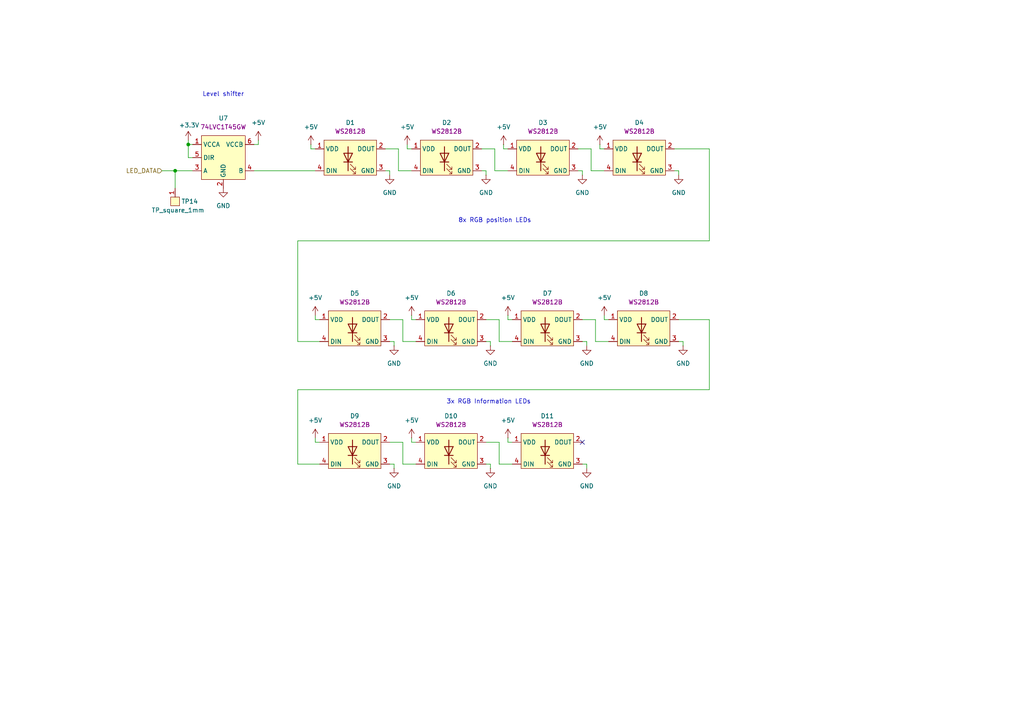
<source format=kicad_sch>
(kicad_sch
	(version 20250114)
	(generator "eeschema")
	(generator_version "9.0")
	(uuid "af8d20ae-7e4f-4c0c-a9ab-857c00644f3c")
	(paper "A4")
	(lib_symbols
		(symbol "005-ICs:74LVC1T45GW.125"
			(exclude_from_sim no)
			(in_bom yes)
			(on_board yes)
			(property "Reference" "U"
				(at 0 10.16 0)
				(effects
					(font
						(size 1.27 1.27)
					)
				)
			)
			(property "Value" "74LVC1T45GW.125"
				(at 0 -29.464 0)
				(effects
					(font
						(size 1.27 1.27)
					)
					(hide yes)
				)
			)
			(property "Footprint" "005-ICs:TSSOP6_SOT363-2.step"
				(at 0.254 -33.274 0)
				(effects
					(font
						(size 1.27 1.27)
					)
					(hide yes)
				)
			)
			(property "Datasheet" "https://assets.nexperia.com/documents/data-sheet/74LVC_LVCH1T45.pdf"
				(at 0 -27.178 0)
				(effects
					(font
						(size 1.27 1.27)
					)
					(hide yes)
				)
			)
			(property "Description" "Level shifter 1-CH"
				(at 0 -41.148 0)
				(effects
					(font
						(size 1.27 1.27)
					)
					(hide yes)
				)
			)
			(property "Web link" "https://www.digikey.ch/en/products/detail/nexperia-usa-inc/74LVC1T45GW-125/2530577"
				(at 0 -42.926 0)
				(effects
					(font
						(size 1.27 1.27)
					)
					(hide yes)
				)
			)
			(property "Manufacturer" "Nexperia USA Inc."
				(at 0 -31.242 0)
				(effects
					(font
						(size 1.27 1.27)
					)
					(hide yes)
				)
			)
			(property "Manufacturer P/N" "74LVC1T45GW.125"
				(at 0 -39.116 0)
				(effects
					(font
						(size 1.27 1.27)
					)
					(hide yes)
				)
			)
			(property "Digikey P/N" "1727-4560-1-ND"
				(at 0 -35.306 0)
				(effects
					(font
						(size 1.27 1.27)
					)
					(hide yes)
				)
			)
			(property "Price" "0.29"
				(at 0 -37.084 0)
				(effects
					(font
						(size 1.27 1.27)
					)
					(hide yes)
				)
			)
			(property "Height" "1.1"
				(at 0 -46.99 0)
				(effects
					(font
						(size 1.27 1.27)
					)
					(hide yes)
				)
			)
			(property "Temperature" "-40 to 125"
				(at 0 -44.958 0)
				(effects
					(font
						(size 1.27 1.27)
					)
					(hide yes)
				)
			)
			(property "Value Disp" "74LVC1T45GW"
				(at 0 7.874 0)
				(effects
					(font
						(size 1.27 1.27)
					)
				)
			)
			(symbol "74LVC1T45GW.125_1_1"
				(rectangle
					(start -6.35 6.35)
					(end 6.35 -6.35)
					(stroke
						(width 0)
						(type default)
					)
					(fill
						(type background)
					)
				)
				(pin power_in line
					(at -8.89 3.81 0)
					(length 2.54)
					(name "VCCA"
						(effects
							(font
								(size 1.27 1.27)
							)
						)
					)
					(number "1"
						(effects
							(font
								(size 1.27 1.27)
							)
						)
					)
				)
				(pin input line
					(at -8.89 0 0)
					(length 2.54)
					(name "DIR"
						(effects
							(font
								(size 1.27 1.27)
							)
						)
					)
					(number "5"
						(effects
							(font
								(size 1.27 1.27)
							)
						)
					)
				)
				(pin bidirectional line
					(at -8.89 -3.81 0)
					(length 2.54)
					(name "A"
						(effects
							(font
								(size 1.27 1.27)
							)
						)
					)
					(number "3"
						(effects
							(font
								(size 1.27 1.27)
							)
						)
					)
				)
				(pin power_in line
					(at 0 -8.89 90)
					(length 2.54)
					(name "GND"
						(effects
							(font
								(size 1.27 1.27)
							)
						)
					)
					(number "2"
						(effects
							(font
								(size 1.27 1.27)
							)
						)
					)
				)
				(pin power_in line
					(at 8.89 3.81 180)
					(length 2.54)
					(name "VCCB"
						(effects
							(font
								(size 1.27 1.27)
							)
						)
					)
					(number "6"
						(effects
							(font
								(size 1.27 1.27)
							)
						)
					)
				)
				(pin bidirectional line
					(at 8.89 -3.81 180)
					(length 2.54)
					(name "B"
						(effects
							(font
								(size 1.27 1.27)
							)
						)
					)
					(number "4"
						(effects
							(font
								(size 1.27 1.27)
							)
						)
					)
				)
			)
			(embedded_fonts no)
		)
		(symbol "006-Diodes:COM-16347"
			(exclude_from_sim no)
			(in_bom yes)
			(on_board yes)
			(property "Reference" "D"
				(at 0 8.382 0)
				(effects
					(font
						(size 1.27 1.27)
					)
				)
			)
			(property "Value" "COM-16347"
				(at 0.508 -13.462 0)
				(effects
					(font
						(size 1.27 1.27)
					)
					(hide yes)
				)
			)
			(property "Footprint" "006-Diodes:COM-16347"
				(at 0 -25.654 0)
				(effects
					(font
						(size 1.27 1.27)
					)
					(hide yes)
				)
			)
			(property "Datasheet" "https://cdn.sparkfun.com/datasheets/BreakoutBoards/WS2812B.pdf"
				(at 0 -15.24 0)
				(effects
					(font
						(size 1.27 1.27)
					)
					(hide yes)
				)
			)
			(property "Description" "LED RGB WS2812B"
				(at 0.254 -17.526 0)
				(effects
					(font
						(size 1.27 1.27)
					)
					(hide yes)
				)
			)
			(property "Web link" "https://www.digikey.ch/en/products/detail/sparkfun-electronics/COM-16347/11630204"
				(at 0.254 -22.352 0)
				(effects
					(font
						(size 1.27 1.27)
					)
					(hide yes)
				)
			)
			(property "Manufacturer" "SparkFun Electronics"
				(at 0.254 -10.922 0)
				(effects
					(font
						(size 1.27 1.27)
					)
					(hide yes)
				)
			)
			(property "Manufacturer P/N" "COM-16347"
				(at 0.254 -30.48 0)
				(effects
					(font
						(size 1.27 1.27)
					)
					(hide yes)
				)
			)
			(property "Digikey P/N" "1568-COM-16347CT-ND"
				(at 0 -28.194 0)
				(effects
					(font
						(size 1.27 1.27)
					)
					(hide yes)
				)
			)
			(property "Price" "0.5"
				(at 0.254 -20.066 0)
				(effects
					(font
						(size 1.27 1.27)
					)
					(hide yes)
				)
			)
			(property "Height" "-"
				(at 0 -19.05 0)
				(effects
					(font
						(size 1.27 1.27)
					)
					(hide yes)
				)
			)
			(property "Temperature" "-25 to 80"
				(at 0.254 -32.512 0)
				(effects
					(font
						(size 1.27 1.27)
					)
					(hide yes)
				)
			)
			(property "Value Disp" "WS2812B"
				(at 0 6.35 0)
				(effects
					(font
						(size 1.27 1.27)
					)
				)
			)
			(symbol "COM-16347_1_1"
				(rectangle
					(start -7.62 5.08)
					(end 7.62 -5.08)
					(stroke
						(width 0)
						(type default)
					)
					(fill
						(type background)
					)
				)
				(polyline
					(pts
						(xy -0.635 3.175) (xy -0.635 -3.81)
					)
					(stroke
						(width 0.254)
						(type default)
					)
					(fill
						(type none)
					)
				)
				(polyline
					(pts
						(xy 0 -1.905) (xy 1.524 -3.429) (xy 1.524 -2.667) (xy 1.524 -3.429) (xy 0.762 -3.429)
					)
					(stroke
						(width 0)
						(type solid)
					)
					(fill
						(type none)
					)
				)
				(polyline
					(pts
						(xy 0 -3.175) (xy 1.524 -4.699) (xy 1.524 -3.937) (xy 1.524 -4.699) (xy 0.762 -4.699)
					)
					(stroke
						(width 0)
						(type solid)
					)
					(fill
						(type none)
					)
				)
				(polyline
					(pts
						(xy 0.635 1.27) (xy -1.905 1.27) (xy -0.635 -1.27) (xy 0.635 1.27)
					)
					(stroke
						(width 0.254)
						(type solid)
					)
					(fill
						(type none)
					)
				)
				(polyline
					(pts
						(xy 0.635 -1.27) (xy -1.905 -1.27)
					)
					(stroke
						(width 0.254)
						(type solid)
					)
					(fill
						(type none)
					)
				)
				(pin power_in line
					(at -10.16 2.54 0)
					(length 2.54)
					(name "VDD"
						(effects
							(font
								(size 1.27 1.27)
							)
						)
					)
					(number "1"
						(effects
							(font
								(size 1.27 1.27)
							)
						)
					)
				)
				(pin input line
					(at -10.16 -3.81 0)
					(length 2.54)
					(name "DIN"
						(effects
							(font
								(size 1.27 1.27)
							)
						)
					)
					(number "4"
						(effects
							(font
								(size 1.27 1.27)
							)
						)
					)
				)
				(pin output line
					(at 10.16 2.54 180)
					(length 2.54)
					(name "DOUT"
						(effects
							(font
								(size 1.27 1.27)
							)
						)
					)
					(number "2"
						(effects
							(font
								(size 1.27 1.27)
							)
						)
					)
				)
				(pin power_in line
					(at 10.16 -3.81 180)
					(length 2.54)
					(name "GND"
						(effects
							(font
								(size 1.27 1.27)
							)
						)
					)
					(number "3"
						(effects
							(font
								(size 1.27 1.27)
							)
						)
					)
				)
			)
			(embedded_fonts no)
		)
		(symbol "011-Misc:Testpoint_square_1mm"
			(exclude_from_sim no)
			(in_bom no)
			(on_board yes)
			(property "Reference" "TP"
				(at 0 2.286 0)
				(effects
					(font
						(size 1.27 1.27)
					)
				)
			)
			(property "Value" "TP_square_1mm"
				(at 0.254 -2.286 0)
				(effects
					(font
						(size 1.27 1.27)
					)
				)
			)
			(property "Footprint" "011-Misc:Testpoint_square_1mm"
				(at 0.254 -4.318 0)
				(effects
					(font
						(size 1.27 1.27)
					)
					(hide yes)
				)
			)
			(property "Datasheet" ""
				(at 0 0 0)
				(effects
					(font
						(size 1.27 1.27)
					)
					(hide yes)
				)
			)
			(property "Description" ""
				(at 0 0 0)
				(effects
					(font
						(size 1.27 1.27)
					)
					(hide yes)
				)
			)
			(symbol "Testpoint_square_1mm_1_1"
				(rectangle
					(start -1.27 1.27)
					(end 1.27 -1.27)
					(stroke
						(width 0)
						(type default)
					)
					(fill
						(type background)
					)
				)
				(pin bidirectional line
					(at -3.81 0 0)
					(length 2.54)
					(name ""
						(effects
							(font
								(size 1.27 1.27)
							)
						)
					)
					(number "1"
						(effects
							(font
								(size 1.27 1.27)
							)
						)
					)
				)
			)
			(embedded_fonts no)
		)
		(symbol "power:+3.3V"
			(power)
			(pin_numbers
				(hide yes)
			)
			(pin_names
				(offset 0)
				(hide yes)
			)
			(exclude_from_sim no)
			(in_bom yes)
			(on_board yes)
			(property "Reference" "#PWR"
				(at 0 -3.81 0)
				(effects
					(font
						(size 1.27 1.27)
					)
					(hide yes)
				)
			)
			(property "Value" "+3.3V"
				(at 0 3.556 0)
				(effects
					(font
						(size 1.27 1.27)
					)
				)
			)
			(property "Footprint" ""
				(at 0 0 0)
				(effects
					(font
						(size 1.27 1.27)
					)
					(hide yes)
				)
			)
			(property "Datasheet" ""
				(at 0 0 0)
				(effects
					(font
						(size 1.27 1.27)
					)
					(hide yes)
				)
			)
			(property "Description" "Power symbol creates a global label with name \"+3.3V\""
				(at 0 0 0)
				(effects
					(font
						(size 1.27 1.27)
					)
					(hide yes)
				)
			)
			(property "ki_keywords" "global power"
				(at 0 0 0)
				(effects
					(font
						(size 1.27 1.27)
					)
					(hide yes)
				)
			)
			(symbol "+3.3V_0_1"
				(polyline
					(pts
						(xy -0.762 1.27) (xy 0 2.54)
					)
					(stroke
						(width 0)
						(type default)
					)
					(fill
						(type none)
					)
				)
				(polyline
					(pts
						(xy 0 2.54) (xy 0.762 1.27)
					)
					(stroke
						(width 0)
						(type default)
					)
					(fill
						(type none)
					)
				)
				(polyline
					(pts
						(xy 0 0) (xy 0 2.54)
					)
					(stroke
						(width 0)
						(type default)
					)
					(fill
						(type none)
					)
				)
			)
			(symbol "+3.3V_1_1"
				(pin power_in line
					(at 0 0 90)
					(length 0)
					(name "~"
						(effects
							(font
								(size 1.27 1.27)
							)
						)
					)
					(number "1"
						(effects
							(font
								(size 1.27 1.27)
							)
						)
					)
				)
			)
			(embedded_fonts no)
		)
		(symbol "power:+5V"
			(power)
			(pin_numbers
				(hide yes)
			)
			(pin_names
				(offset 0)
				(hide yes)
			)
			(exclude_from_sim no)
			(in_bom yes)
			(on_board yes)
			(property "Reference" "#PWR"
				(at 0 -3.81 0)
				(effects
					(font
						(size 1.27 1.27)
					)
					(hide yes)
				)
			)
			(property "Value" "+5V"
				(at 0 3.556 0)
				(effects
					(font
						(size 1.27 1.27)
					)
				)
			)
			(property "Footprint" ""
				(at 0 0 0)
				(effects
					(font
						(size 1.27 1.27)
					)
					(hide yes)
				)
			)
			(property "Datasheet" ""
				(at 0 0 0)
				(effects
					(font
						(size 1.27 1.27)
					)
					(hide yes)
				)
			)
			(property "Description" "Power symbol creates a global label with name \"+5V\""
				(at 0 0 0)
				(effects
					(font
						(size 1.27 1.27)
					)
					(hide yes)
				)
			)
			(property "ki_keywords" "global power"
				(at 0 0 0)
				(effects
					(font
						(size 1.27 1.27)
					)
					(hide yes)
				)
			)
			(symbol "+5V_0_1"
				(polyline
					(pts
						(xy -0.762 1.27) (xy 0 2.54)
					)
					(stroke
						(width 0)
						(type default)
					)
					(fill
						(type none)
					)
				)
				(polyline
					(pts
						(xy 0 2.54) (xy 0.762 1.27)
					)
					(stroke
						(width 0)
						(type default)
					)
					(fill
						(type none)
					)
				)
				(polyline
					(pts
						(xy 0 0) (xy 0 2.54)
					)
					(stroke
						(width 0)
						(type default)
					)
					(fill
						(type none)
					)
				)
			)
			(symbol "+5V_1_1"
				(pin power_in line
					(at 0 0 90)
					(length 0)
					(name "~"
						(effects
							(font
								(size 1.27 1.27)
							)
						)
					)
					(number "1"
						(effects
							(font
								(size 1.27 1.27)
							)
						)
					)
				)
			)
			(embedded_fonts no)
		)
		(symbol "power:GND"
			(power)
			(pin_numbers
				(hide yes)
			)
			(pin_names
				(offset 0)
				(hide yes)
			)
			(exclude_from_sim no)
			(in_bom yes)
			(on_board yes)
			(property "Reference" "#PWR"
				(at 0 -6.35 0)
				(effects
					(font
						(size 1.27 1.27)
					)
					(hide yes)
				)
			)
			(property "Value" "GND"
				(at 0 -3.81 0)
				(effects
					(font
						(size 1.27 1.27)
					)
				)
			)
			(property "Footprint" ""
				(at 0 0 0)
				(effects
					(font
						(size 1.27 1.27)
					)
					(hide yes)
				)
			)
			(property "Datasheet" ""
				(at 0 0 0)
				(effects
					(font
						(size 1.27 1.27)
					)
					(hide yes)
				)
			)
			(property "Description" "Power symbol creates a global label with name \"GND\" , ground"
				(at 0 0 0)
				(effects
					(font
						(size 1.27 1.27)
					)
					(hide yes)
				)
			)
			(property "ki_keywords" "global power"
				(at 0 0 0)
				(effects
					(font
						(size 1.27 1.27)
					)
					(hide yes)
				)
			)
			(symbol "GND_0_1"
				(polyline
					(pts
						(xy 0 0) (xy 0 -1.27) (xy 1.27 -1.27) (xy 0 -2.54) (xy -1.27 -1.27) (xy 0 -1.27)
					)
					(stroke
						(width 0)
						(type default)
					)
					(fill
						(type none)
					)
				)
			)
			(symbol "GND_1_1"
				(pin power_in line
					(at 0 0 270)
					(length 0)
					(name "~"
						(effects
							(font
								(size 1.27 1.27)
							)
						)
					)
					(number "1"
						(effects
							(font
								(size 1.27 1.27)
							)
						)
					)
				)
			)
			(embedded_fonts no)
		)
	)
	(text "3x RGB Information LEDs"
		(exclude_from_sim no)
		(at 141.732 116.586 0)
		(effects
			(font
				(size 1.27 1.27)
			)
		)
		(uuid "8f3d2bbe-15a1-4f7e-9dd5-f40e16e2d409")
	)
	(text "Level shifter"
		(exclude_from_sim no)
		(at 64.77 27.432 0)
		(effects
			(font
				(size 1.27 1.27)
			)
		)
		(uuid "dcd83be8-38d8-4c5c-90cb-ef550ec494ca")
	)
	(text "8x RGB position LEDs"
		(exclude_from_sim no)
		(at 143.51 64.008 0)
		(effects
			(font
				(size 1.27 1.27)
			)
		)
		(uuid "fe5b29b5-41d0-4835-9cf5-aeba5c008c34")
	)
	(junction
		(at 50.8 49.53)
		(diameter 0)
		(color 0 0 0 0)
		(uuid "5352c39b-3b83-404b-9986-c7115e3847d2")
	)
	(junction
		(at 54.61 41.91)
		(diameter 0)
		(color 0 0 0 0)
		(uuid "88f3aa26-0381-4c1c-a728-ba73f7a01974")
	)
	(no_connect
		(at 168.91 128.27)
		(uuid "dc8d325b-5f75-47a9-83e2-537230e8fadd")
	)
	(wire
		(pts
			(xy 113.03 128.27) (xy 116.84 128.27)
		)
		(stroke
			(width 0)
			(type default)
		)
		(uuid "00b1d1c4-6421-4632-aaa9-cf036fa56078")
	)
	(wire
		(pts
			(xy 91.44 128.27) (xy 92.71 128.27)
		)
		(stroke
			(width 0)
			(type default)
		)
		(uuid "049e88ac-452f-4f9e-b904-4ac0625bd812")
	)
	(wire
		(pts
			(xy 86.36 99.06) (xy 92.71 99.06)
		)
		(stroke
			(width 0)
			(type default)
		)
		(uuid "09ebb2d9-8c3f-4333-9175-02214ee3f00a")
	)
	(wire
		(pts
			(xy 198.12 99.06) (xy 196.85 99.06)
		)
		(stroke
			(width 0)
			(type default)
		)
		(uuid "0ab16d9e-263f-4f5d-93df-0aab4b8480c4")
	)
	(wire
		(pts
			(xy 54.61 45.72) (xy 54.61 41.91)
		)
		(stroke
			(width 0)
			(type default)
		)
		(uuid "0b4ed4da-06e0-48dd-8f9b-4c588c9d054d")
	)
	(wire
		(pts
			(xy 118.11 41.91) (xy 118.11 43.18)
		)
		(stroke
			(width 0)
			(type default)
		)
		(uuid "169fbc1a-6808-4bdf-ac50-0f69d4a73dae")
	)
	(wire
		(pts
			(xy 147.32 91.44) (xy 147.32 92.71)
		)
		(stroke
			(width 0)
			(type default)
		)
		(uuid "190b10b1-0275-4a2e-b915-99ad2d51a6e2")
	)
	(wire
		(pts
			(xy 140.97 49.53) (xy 139.7 49.53)
		)
		(stroke
			(width 0)
			(type default)
		)
		(uuid "1966fbf3-b271-4777-b571-0dd9a3900d66")
	)
	(wire
		(pts
			(xy 114.3 135.89) (xy 114.3 134.62)
		)
		(stroke
			(width 0)
			(type default)
		)
		(uuid "1b05c007-5997-44bd-89ce-fcbe272c468c")
	)
	(wire
		(pts
			(xy 168.91 92.71) (xy 172.72 92.71)
		)
		(stroke
			(width 0)
			(type default)
		)
		(uuid "21fd4040-9871-48c9-ab64-474a28c11894")
	)
	(wire
		(pts
			(xy 175.26 92.71) (xy 176.53 92.71)
		)
		(stroke
			(width 0)
			(type default)
		)
		(uuid "22e7bc79-4501-407a-8c2b-f629d6e4fddd")
	)
	(wire
		(pts
			(xy 144.78 128.27) (xy 144.78 134.62)
		)
		(stroke
			(width 0)
			(type default)
		)
		(uuid "230f74f0-9348-4c4d-b2fb-e04b9d2f1735")
	)
	(wire
		(pts
			(xy 119.38 91.44) (xy 119.38 92.71)
		)
		(stroke
			(width 0)
			(type default)
		)
		(uuid "289aafa8-35cf-4d43-885f-1b142dedab0b")
	)
	(wire
		(pts
			(xy 171.45 49.53) (xy 175.26 49.53)
		)
		(stroke
			(width 0)
			(type default)
		)
		(uuid "3300b802-1d22-47af-b7db-abf5c22cbc76")
	)
	(wire
		(pts
			(xy 50.8 49.53) (xy 50.8 54.61)
		)
		(stroke
			(width 0)
			(type default)
		)
		(uuid "33715b6b-372c-454d-8794-a8e8beae1e65")
	)
	(wire
		(pts
			(xy 147.32 127) (xy 147.32 128.27)
		)
		(stroke
			(width 0)
			(type default)
		)
		(uuid "33eeead7-ff9d-4630-aa7a-c1347a652bda")
	)
	(wire
		(pts
			(xy 50.8 49.53) (xy 55.88 49.53)
		)
		(stroke
			(width 0)
			(type default)
		)
		(uuid "38d1d01f-e150-42b2-99cc-5e5a79b1ce22")
	)
	(wire
		(pts
			(xy 142.24 135.89) (xy 142.24 134.62)
		)
		(stroke
			(width 0)
			(type default)
		)
		(uuid "3c3b1ff4-cd84-420a-9674-0d6d9702bae4")
	)
	(wire
		(pts
			(xy 142.24 134.62) (xy 140.97 134.62)
		)
		(stroke
			(width 0)
			(type default)
		)
		(uuid "3c84069a-740b-42c8-81f9-7664f0ea1afc")
	)
	(wire
		(pts
			(xy 175.26 91.44) (xy 175.26 92.71)
		)
		(stroke
			(width 0)
			(type default)
		)
		(uuid "453816b0-6633-4554-8803-1310e3b7e572")
	)
	(wire
		(pts
			(xy 144.78 99.06) (xy 148.59 99.06)
		)
		(stroke
			(width 0)
			(type default)
		)
		(uuid "4965e654-c70e-4d89-9bd8-59cd99eefd98")
	)
	(wire
		(pts
			(xy 146.05 41.91) (xy 146.05 43.18)
		)
		(stroke
			(width 0)
			(type default)
		)
		(uuid "4af19fd9-8331-4925-8691-39a1752c0aed")
	)
	(wire
		(pts
			(xy 116.84 99.06) (xy 120.65 99.06)
		)
		(stroke
			(width 0)
			(type default)
		)
		(uuid "4c66983f-762f-4407-8330-3e624330502b")
	)
	(wire
		(pts
			(xy 168.91 50.8) (xy 168.91 49.53)
		)
		(stroke
			(width 0)
			(type default)
		)
		(uuid "518602ba-746d-417c-b336-6c1dfd2227ba")
	)
	(wire
		(pts
			(xy 173.99 41.91) (xy 173.99 43.18)
		)
		(stroke
			(width 0)
			(type default)
		)
		(uuid "522252a0-e09d-427d-95a6-9b2d385d4821")
	)
	(wire
		(pts
			(xy 119.38 127) (xy 119.38 128.27)
		)
		(stroke
			(width 0)
			(type default)
		)
		(uuid "5233e8b0-9108-4cba-9677-2ffa3a671eca")
	)
	(wire
		(pts
			(xy 111.76 43.18) (xy 115.57 43.18)
		)
		(stroke
			(width 0)
			(type default)
		)
		(uuid "56e926e0-8043-4c46-8a3d-555ce3def23a")
	)
	(wire
		(pts
			(xy 144.78 92.71) (xy 144.78 99.06)
		)
		(stroke
			(width 0)
			(type default)
		)
		(uuid "57e4a860-b075-47ff-95c7-decc4ed85d81")
	)
	(wire
		(pts
			(xy 114.3 134.62) (xy 113.03 134.62)
		)
		(stroke
			(width 0)
			(type default)
		)
		(uuid "5f446267-171a-441a-9355-78e7764779fe")
	)
	(wire
		(pts
			(xy 116.84 128.27) (xy 116.84 134.62)
		)
		(stroke
			(width 0)
			(type default)
		)
		(uuid "6192a168-98e6-41db-9246-e299a425e917")
	)
	(wire
		(pts
			(xy 170.18 135.89) (xy 170.18 134.62)
		)
		(stroke
			(width 0)
			(type default)
		)
		(uuid "6307140f-4be8-48c9-8012-fae6b1ec0f88")
	)
	(wire
		(pts
			(xy 115.57 43.18) (xy 115.57 49.53)
		)
		(stroke
			(width 0)
			(type default)
		)
		(uuid "6388ae74-d644-486c-90be-a60ed14d36c7")
	)
	(wire
		(pts
			(xy 205.74 113.03) (xy 86.36 113.03)
		)
		(stroke
			(width 0)
			(type default)
		)
		(uuid "64727e38-6e50-4e42-bf3a-320cf14b9c83")
	)
	(wire
		(pts
			(xy 54.61 40.64) (xy 54.61 41.91)
		)
		(stroke
			(width 0)
			(type default)
		)
		(uuid "68939d27-30f7-4d34-8744-9444b39c53ff")
	)
	(wire
		(pts
			(xy 140.97 128.27) (xy 144.78 128.27)
		)
		(stroke
			(width 0)
			(type default)
		)
		(uuid "71281b21-e2bc-4d94-8a9e-2ea9d9e47b1e")
	)
	(wire
		(pts
			(xy 140.97 92.71) (xy 144.78 92.71)
		)
		(stroke
			(width 0)
			(type default)
		)
		(uuid "751e64b9-a8d5-44ec-90fb-25baf73e82e4")
	)
	(wire
		(pts
			(xy 143.51 43.18) (xy 143.51 49.53)
		)
		(stroke
			(width 0)
			(type default)
		)
		(uuid "7b37c137-f4f3-405a-863d-199cd57e205b")
	)
	(wire
		(pts
			(xy 205.74 69.85) (xy 86.36 69.85)
		)
		(stroke
			(width 0)
			(type default)
		)
		(uuid "7b45ba92-e99b-4cd7-92b8-442a8a48ef35")
	)
	(wire
		(pts
			(xy 167.64 43.18) (xy 171.45 43.18)
		)
		(stroke
			(width 0)
			(type default)
		)
		(uuid "7b5d368f-62fb-495b-9dce-9668dc2daf19")
	)
	(wire
		(pts
			(xy 196.85 49.53) (xy 195.58 49.53)
		)
		(stroke
			(width 0)
			(type default)
		)
		(uuid "7e3c7bee-0dbf-4252-8c0d-2cbbd0a02ed2")
	)
	(wire
		(pts
			(xy 205.74 92.71) (xy 205.74 113.03)
		)
		(stroke
			(width 0)
			(type default)
		)
		(uuid "7f55a921-762a-4010-b708-e4014bf39059")
	)
	(wire
		(pts
			(xy 114.3 100.33) (xy 114.3 99.06)
		)
		(stroke
			(width 0)
			(type default)
		)
		(uuid "7f648b2a-8427-4ff4-a7d8-31cd2b3a006c")
	)
	(wire
		(pts
			(xy 119.38 128.27) (xy 120.65 128.27)
		)
		(stroke
			(width 0)
			(type default)
		)
		(uuid "86612358-c01c-4b45-9eae-b7dfa1c8853b")
	)
	(wire
		(pts
			(xy 172.72 99.06) (xy 176.53 99.06)
		)
		(stroke
			(width 0)
			(type default)
		)
		(uuid "8f1107c0-39e2-4b1a-9366-09ef4232754d")
	)
	(wire
		(pts
			(xy 139.7 43.18) (xy 143.51 43.18)
		)
		(stroke
			(width 0)
			(type default)
		)
		(uuid "8f38f9fe-554f-4390-9b11-927f08420227")
	)
	(wire
		(pts
			(xy 54.61 41.91) (xy 55.88 41.91)
		)
		(stroke
			(width 0)
			(type default)
		)
		(uuid "8fa8a3b4-6175-4b20-ac6e-dee4e775505a")
	)
	(wire
		(pts
			(xy 91.44 92.71) (xy 92.71 92.71)
		)
		(stroke
			(width 0)
			(type default)
		)
		(uuid "9364f6d5-44ff-4439-b4f8-ba604e2c31c5")
	)
	(wire
		(pts
			(xy 91.44 127) (xy 91.44 128.27)
		)
		(stroke
			(width 0)
			(type default)
		)
		(uuid "93d3ab59-8a7c-4ac1-9175-244c6ff8953b")
	)
	(wire
		(pts
			(xy 168.91 49.53) (xy 167.64 49.53)
		)
		(stroke
			(width 0)
			(type default)
		)
		(uuid "94f6e309-8a63-4f64-b500-60561e5ea301")
	)
	(wire
		(pts
			(xy 144.78 134.62) (xy 148.59 134.62)
		)
		(stroke
			(width 0)
			(type default)
		)
		(uuid "96e8ae57-81bf-4e23-82b4-80bd8ef8dc74")
	)
	(wire
		(pts
			(xy 195.58 43.18) (xy 205.74 43.18)
		)
		(stroke
			(width 0)
			(type default)
		)
		(uuid "9b7d7826-c482-4652-9f86-a23649e4ed64")
	)
	(wire
		(pts
			(xy 171.45 43.18) (xy 171.45 49.53)
		)
		(stroke
			(width 0)
			(type default)
		)
		(uuid "9d18b4f9-f0c6-456a-ba9c-461aa4103243")
	)
	(wire
		(pts
			(xy 91.44 91.44) (xy 91.44 92.71)
		)
		(stroke
			(width 0)
			(type default)
		)
		(uuid "9d65a612-ada8-43ac-9e02-a58b43ac095c")
	)
	(wire
		(pts
			(xy 73.66 41.91) (xy 74.93 41.91)
		)
		(stroke
			(width 0)
			(type default)
		)
		(uuid "9f3fc6c5-3da0-466e-a060-5a3f31c7ac6e")
	)
	(wire
		(pts
			(xy 170.18 100.33) (xy 170.18 99.06)
		)
		(stroke
			(width 0)
			(type default)
		)
		(uuid "a8a2b2e3-a5bf-4612-a3ae-41a595be0833")
	)
	(wire
		(pts
			(xy 146.05 43.18) (xy 147.32 43.18)
		)
		(stroke
			(width 0)
			(type default)
		)
		(uuid "abbd2212-1fee-4455-8e86-60a9a4337700")
	)
	(wire
		(pts
			(xy 74.93 41.91) (xy 74.93 40.64)
		)
		(stroke
			(width 0)
			(type default)
		)
		(uuid "ac87ca40-ef9e-4cb0-8dc4-52c09b05a30e")
	)
	(wire
		(pts
			(xy 170.18 99.06) (xy 168.91 99.06)
		)
		(stroke
			(width 0)
			(type default)
		)
		(uuid "b18580d4-5425-4ea0-94f6-6217ffc7b7b6")
	)
	(wire
		(pts
			(xy 173.99 43.18) (xy 175.26 43.18)
		)
		(stroke
			(width 0)
			(type default)
		)
		(uuid "b20b59db-62d9-478c-ae54-56ad7818c1b8")
	)
	(wire
		(pts
			(xy 90.17 41.91) (xy 90.17 43.18)
		)
		(stroke
			(width 0)
			(type default)
		)
		(uuid "b4f2eefc-bb2a-4813-8ab0-d983df8f863a")
	)
	(wire
		(pts
			(xy 172.72 92.71) (xy 172.72 99.06)
		)
		(stroke
			(width 0)
			(type default)
		)
		(uuid "b57777ac-c342-4b98-90ac-fdbc187a4a2b")
	)
	(wire
		(pts
			(xy 90.17 43.18) (xy 91.44 43.18)
		)
		(stroke
			(width 0)
			(type default)
		)
		(uuid "b70c7346-46c4-4870-a685-babcbfb251db")
	)
	(wire
		(pts
			(xy 55.88 45.72) (xy 54.61 45.72)
		)
		(stroke
			(width 0)
			(type default)
		)
		(uuid "c30ca151-1c29-48a2-92bd-c2eef859ddeb")
	)
	(wire
		(pts
			(xy 205.74 43.18) (xy 205.74 69.85)
		)
		(stroke
			(width 0)
			(type default)
		)
		(uuid "c3122d88-3215-406f-954e-dffee7d98ce2")
	)
	(wire
		(pts
			(xy 86.36 69.85) (xy 86.36 99.06)
		)
		(stroke
			(width 0)
			(type default)
		)
		(uuid "c3b361e1-6cc6-40f7-8e7f-f8da1b5694b5")
	)
	(wire
		(pts
			(xy 116.84 92.71) (xy 116.84 99.06)
		)
		(stroke
			(width 0)
			(type default)
		)
		(uuid "c64abbec-04a2-4a05-b4f2-3c6a3586026c")
	)
	(wire
		(pts
			(xy 142.24 100.33) (xy 142.24 99.06)
		)
		(stroke
			(width 0)
			(type default)
		)
		(uuid "c663d439-dd8e-4708-b910-895e6ff5424f")
	)
	(wire
		(pts
			(xy 115.57 49.53) (xy 119.38 49.53)
		)
		(stroke
			(width 0)
			(type default)
		)
		(uuid "c8ef9321-2698-4fb6-936a-9e51a454a64e")
	)
	(wire
		(pts
			(xy 196.85 50.8) (xy 196.85 49.53)
		)
		(stroke
			(width 0)
			(type default)
		)
		(uuid "ca76555a-7ee0-41b2-8b00-d63ae28e8417")
	)
	(wire
		(pts
			(xy 196.85 92.71) (xy 205.74 92.71)
		)
		(stroke
			(width 0)
			(type default)
		)
		(uuid "cb4ae619-d74c-46d3-8f67-16cb52057315")
	)
	(wire
		(pts
			(xy 142.24 99.06) (xy 140.97 99.06)
		)
		(stroke
			(width 0)
			(type default)
		)
		(uuid "cf391d8f-9beb-4ea9-97e4-73621acb72d5")
	)
	(wire
		(pts
			(xy 147.32 92.71) (xy 148.59 92.71)
		)
		(stroke
			(width 0)
			(type default)
		)
		(uuid "d1698730-f822-4c2d-9d2e-0727c54875d3")
	)
	(wire
		(pts
			(xy 46.99 49.53) (xy 50.8 49.53)
		)
		(stroke
			(width 0)
			(type default)
		)
		(uuid "d3632911-6e64-4d42-8897-a6e8b78c4289")
	)
	(wire
		(pts
			(xy 113.03 49.53) (xy 111.76 49.53)
		)
		(stroke
			(width 0)
			(type default)
		)
		(uuid "d9149764-5eb5-4932-bcc9-8acad0b40a1a")
	)
	(wire
		(pts
			(xy 86.36 113.03) (xy 86.36 134.62)
		)
		(stroke
			(width 0)
			(type default)
		)
		(uuid "da420633-0862-4998-903c-d0a1f572a37e")
	)
	(wire
		(pts
			(xy 140.97 50.8) (xy 140.97 49.53)
		)
		(stroke
			(width 0)
			(type default)
		)
		(uuid "dfd9926c-bdf6-4737-b441-ad05eb0e767f")
	)
	(wire
		(pts
			(xy 116.84 134.62) (xy 120.65 134.62)
		)
		(stroke
			(width 0)
			(type default)
		)
		(uuid "dfed2407-bd50-48b4-946a-49ce007a7967")
	)
	(wire
		(pts
			(xy 113.03 50.8) (xy 113.03 49.53)
		)
		(stroke
			(width 0)
			(type default)
		)
		(uuid "e168f7d8-1a0e-4c52-9811-ff3441e2d77f")
	)
	(wire
		(pts
			(xy 73.66 49.53) (xy 91.44 49.53)
		)
		(stroke
			(width 0)
			(type default)
		)
		(uuid "e23ad89c-ba19-4a1d-830b-b577958c5444")
	)
	(wire
		(pts
			(xy 143.51 49.53) (xy 147.32 49.53)
		)
		(stroke
			(width 0)
			(type default)
		)
		(uuid "e40d4d00-793c-40a9-a74b-15d0480f574c")
	)
	(wire
		(pts
			(xy 170.18 134.62) (xy 168.91 134.62)
		)
		(stroke
			(width 0)
			(type default)
		)
		(uuid "e5819ac4-8c28-4ef2-b319-93bbb68981e7")
	)
	(wire
		(pts
			(xy 86.36 134.62) (xy 92.71 134.62)
		)
		(stroke
			(width 0)
			(type default)
		)
		(uuid "e7e7f9ac-0c0e-418f-b591-f76452c17cc4")
	)
	(wire
		(pts
			(xy 119.38 92.71) (xy 120.65 92.71)
		)
		(stroke
			(width 0)
			(type default)
		)
		(uuid "e898bc00-089a-49d4-9142-d487f0d75f03")
	)
	(wire
		(pts
			(xy 114.3 99.06) (xy 113.03 99.06)
		)
		(stroke
			(width 0)
			(type default)
		)
		(uuid "ec4576e6-ff14-4b2f-80c9-c8d3476e8f55")
	)
	(wire
		(pts
			(xy 118.11 43.18) (xy 119.38 43.18)
		)
		(stroke
			(width 0)
			(type default)
		)
		(uuid "ecc0b8b0-3944-4203-8f70-b50bd1c3ff61")
	)
	(wire
		(pts
			(xy 198.12 100.33) (xy 198.12 99.06)
		)
		(stroke
			(width 0)
			(type default)
		)
		(uuid "eee94614-6b3b-4183-a40e-aaf2b90f52b3")
	)
	(wire
		(pts
			(xy 147.32 128.27) (xy 148.59 128.27)
		)
		(stroke
			(width 0)
			(type default)
		)
		(uuid "f051040b-1980-4a51-84bb-dc75758396a4")
	)
	(wire
		(pts
			(xy 113.03 92.71) (xy 116.84 92.71)
		)
		(stroke
			(width 0)
			(type default)
		)
		(uuid "f5edd385-2454-487f-ac07-e47583206ffb")
	)
	(hierarchical_label "LED_DATA"
		(shape input)
		(at 46.99 49.53 180)
		(effects
			(font
				(size 1.27 1.27)
			)
			(justify right)
		)
		(uuid "fdd85eaf-c5b9-436e-903d-17d8e0485768")
	)
	(symbol
		(lib_id "power:GND")
		(at 140.97 50.8 0)
		(unit 1)
		(exclude_from_sim no)
		(in_bom yes)
		(on_board yes)
		(dnp no)
		(fields_autoplaced yes)
		(uuid "08b489ea-3fef-4e87-a5c9-cd53574f3fe4")
		(property "Reference" "#PWR046"
			(at 140.97 57.15 0)
			(effects
				(font
					(size 1.27 1.27)
				)
				(hide yes)
			)
		)
		(property "Value" "GND"
			(at 140.97 55.88 0)
			(effects
				(font
					(size 1.27 1.27)
				)
			)
		)
		(property "Footprint" ""
			(at 140.97 50.8 0)
			(effects
				(font
					(size 1.27 1.27)
				)
				(hide yes)
			)
		)
		(property "Datasheet" ""
			(at 140.97 50.8 0)
			(effects
				(font
					(size 1.27 1.27)
				)
				(hide yes)
			)
		)
		(property "Description" "Power symbol creates a global label with name \"GND\" , ground"
			(at 140.97 50.8 0)
			(effects
				(font
					(size 1.27 1.27)
				)
				(hide yes)
			)
		)
		(pin "1"
			(uuid "4b9fe519-ed94-4a1d-8e6e-5e644a7b3062")
		)
		(instances
			(project "relativeGPS"
				(path "/9255e348-2f0c-48d3-8a71-46491dcb1a12/0163d1bd-977b-4b50-9d38-5cf06cb7c696"
					(reference "#PWR046")
					(unit 1)
				)
			)
		)
	)
	(symbol
		(lib_id "power:+5V")
		(at 175.26 91.44 0)
		(unit 1)
		(exclude_from_sim no)
		(in_bom yes)
		(on_board yes)
		(dnp no)
		(fields_autoplaced yes)
		(uuid "1210d52b-8088-4398-b80f-6fdc12ca4b94")
		(property "Reference" "#PWR041"
			(at 175.26 95.25 0)
			(effects
				(font
					(size 1.27 1.27)
				)
				(hide yes)
			)
		)
		(property "Value" "+5V"
			(at 175.26 86.36 0)
			(effects
				(font
					(size 1.27 1.27)
				)
			)
		)
		(property "Footprint" ""
			(at 175.26 91.44 0)
			(effects
				(font
					(size 1.27 1.27)
				)
				(hide yes)
			)
		)
		(property "Datasheet" ""
			(at 175.26 91.44 0)
			(effects
				(font
					(size 1.27 1.27)
				)
				(hide yes)
			)
		)
		(property "Description" "Power symbol creates a global label with name \"+5V\""
			(at 175.26 91.44 0)
			(effects
				(font
					(size 1.27 1.27)
				)
				(hide yes)
			)
		)
		(pin "1"
			(uuid "457e370f-865f-42b3-827b-a48c0098c1ab")
		)
		(instances
			(project "relativeGPS"
				(path "/9255e348-2f0c-48d3-8a71-46491dcb1a12/0163d1bd-977b-4b50-9d38-5cf06cb7c696"
					(reference "#PWR041")
					(unit 1)
				)
			)
		)
	)
	(symbol
		(lib_id "power:GND")
		(at 142.24 135.89 0)
		(unit 1)
		(exclude_from_sim no)
		(in_bom yes)
		(on_board yes)
		(dnp no)
		(fields_autoplaced yes)
		(uuid "15dbc903-ce04-42ee-947f-f5c15ab73ff2")
		(property "Reference" "#PWR067"
			(at 142.24 142.24 0)
			(effects
				(font
					(size 1.27 1.27)
				)
				(hide yes)
			)
		)
		(property "Value" "GND"
			(at 142.24 140.97 0)
			(effects
				(font
					(size 1.27 1.27)
				)
			)
		)
		(property "Footprint" ""
			(at 142.24 135.89 0)
			(effects
				(font
					(size 1.27 1.27)
				)
				(hide yes)
			)
		)
		(property "Datasheet" ""
			(at 142.24 135.89 0)
			(effects
				(font
					(size 1.27 1.27)
				)
				(hide yes)
			)
		)
		(property "Description" "Power symbol creates a global label with name \"GND\" , ground"
			(at 142.24 135.89 0)
			(effects
				(font
					(size 1.27 1.27)
				)
				(hide yes)
			)
		)
		(pin "1"
			(uuid "662f6e45-75d7-4a33-9312-8934fdc61585")
		)
		(instances
			(project "relativeGPS"
				(path "/9255e348-2f0c-48d3-8a71-46491dcb1a12/0163d1bd-977b-4b50-9d38-5cf06cb7c696"
					(reference "#PWR067")
					(unit 1)
				)
			)
		)
	)
	(symbol
		(lib_id "power:+5V")
		(at 146.05 41.91 0)
		(unit 1)
		(exclude_from_sim no)
		(in_bom yes)
		(on_board yes)
		(dnp no)
		(fields_autoplaced yes)
		(uuid "18dfdd41-0eef-447d-b3ed-6436de336c6c")
		(property "Reference" "#PWR039"
			(at 146.05 45.72 0)
			(effects
				(font
					(size 1.27 1.27)
				)
				(hide yes)
			)
		)
		(property "Value" "+5V"
			(at 146.05 36.83 0)
			(effects
				(font
					(size 1.27 1.27)
				)
			)
		)
		(property "Footprint" ""
			(at 146.05 41.91 0)
			(effects
				(font
					(size 1.27 1.27)
				)
				(hide yes)
			)
		)
		(property "Datasheet" ""
			(at 146.05 41.91 0)
			(effects
				(font
					(size 1.27 1.27)
				)
				(hide yes)
			)
		)
		(property "Description" "Power symbol creates a global label with name \"+5V\""
			(at 146.05 41.91 0)
			(effects
				(font
					(size 1.27 1.27)
				)
				(hide yes)
			)
		)
		(pin "1"
			(uuid "cdd21189-5917-40f5-8ec8-7c076e550ea8")
		)
		(instances
			(project "relativeGPS"
				(path "/9255e348-2f0c-48d3-8a71-46491dcb1a12/0163d1bd-977b-4b50-9d38-5cf06cb7c696"
					(reference "#PWR039")
					(unit 1)
				)
			)
		)
	)
	(symbol
		(lib_id "011-Misc:Testpoint_square_1mm")
		(at 50.8 58.42 270)
		(unit 1)
		(exclude_from_sim no)
		(in_bom no)
		(on_board yes)
		(dnp no)
		(uuid "1b69ef74-6b77-41a4-b920-641c24f3e97f")
		(property "Reference" "TP14"
			(at 52.578 58.42 90)
			(effects
				(font
					(size 1.27 1.27)
				)
				(justify left)
			)
		)
		(property "Value" "TP_square_1mm"
			(at 43.942 60.96 90)
			(effects
				(font
					(size 1.27 1.27)
				)
				(justify left)
			)
		)
		(property "Footprint" "011-Misc:Testpoint_square_1mm"
			(at 46.482 58.674 0)
			(effects
				(font
					(size 1.27 1.27)
				)
				(hide yes)
			)
		)
		(property "Datasheet" ""
			(at 50.8 58.42 0)
			(effects
				(font
					(size 1.27 1.27)
				)
				(hide yes)
			)
		)
		(property "Description" ""
			(at 50.8 58.42 0)
			(effects
				(font
					(size 1.27 1.27)
				)
				(hide yes)
			)
		)
		(pin "1"
			(uuid "36d3e9d6-da5d-47b5-af98-1950fa63713b")
		)
		(instances
			(project ""
				(path "/9255e348-2f0c-48d3-8a71-46491dcb1a12/0163d1bd-977b-4b50-9d38-5cf06cb7c696"
					(reference "TP14")
					(unit 1)
				)
			)
		)
	)
	(symbol
		(lib_id "power:GND")
		(at 170.18 100.33 0)
		(unit 1)
		(exclude_from_sim no)
		(in_bom yes)
		(on_board yes)
		(dnp no)
		(fields_autoplaced yes)
		(uuid "1d1728b8-334a-4c97-ad1f-3af961a96264")
		(property "Reference" "#PWR050"
			(at 170.18 106.68 0)
			(effects
				(font
					(size 1.27 1.27)
				)
				(hide yes)
			)
		)
		(property "Value" "GND"
			(at 170.18 105.41 0)
			(effects
				(font
					(size 1.27 1.27)
				)
			)
		)
		(property "Footprint" ""
			(at 170.18 100.33 0)
			(effects
				(font
					(size 1.27 1.27)
				)
				(hide yes)
			)
		)
		(property "Datasheet" ""
			(at 170.18 100.33 0)
			(effects
				(font
					(size 1.27 1.27)
				)
				(hide yes)
			)
		)
		(property "Description" "Power symbol creates a global label with name \"GND\" , ground"
			(at 170.18 100.33 0)
			(effects
				(font
					(size 1.27 1.27)
				)
				(hide yes)
			)
		)
		(pin "1"
			(uuid "b158f2fc-cbd8-47e0-a743-c1805b0826d0")
		)
		(instances
			(project "relativeGPS"
				(path "/9255e348-2f0c-48d3-8a71-46491dcb1a12/0163d1bd-977b-4b50-9d38-5cf06cb7c696"
					(reference "#PWR050")
					(unit 1)
				)
			)
		)
	)
	(symbol
		(lib_id "power:GND")
		(at 64.77 54.61 0)
		(unit 1)
		(exclude_from_sim no)
		(in_bom yes)
		(on_board yes)
		(dnp no)
		(fields_autoplaced yes)
		(uuid "28b327c5-e8c3-4454-84a8-1dac4a167918")
		(property "Reference" "#PWR055"
			(at 64.77 60.96 0)
			(effects
				(font
					(size 1.27 1.27)
				)
				(hide yes)
			)
		)
		(property "Value" "GND"
			(at 64.77 59.69 0)
			(effects
				(font
					(size 1.27 1.27)
				)
			)
		)
		(property "Footprint" ""
			(at 64.77 54.61 0)
			(effects
				(font
					(size 1.27 1.27)
				)
				(hide yes)
			)
		)
		(property "Datasheet" ""
			(at 64.77 54.61 0)
			(effects
				(font
					(size 1.27 1.27)
				)
				(hide yes)
			)
		)
		(property "Description" "Power symbol creates a global label with name \"GND\" , ground"
			(at 64.77 54.61 0)
			(effects
				(font
					(size 1.27 1.27)
				)
				(hide yes)
			)
		)
		(pin "1"
			(uuid "a93780f6-0f02-4d17-9bb3-d51a58bda731")
		)
		(instances
			(project "relativeGPS"
				(path "/9255e348-2f0c-48d3-8a71-46491dcb1a12/0163d1bd-977b-4b50-9d38-5cf06cb7c696"
					(reference "#PWR055")
					(unit 1)
				)
			)
		)
	)
	(symbol
		(lib_id "power:GND")
		(at 142.24 100.33 0)
		(unit 1)
		(exclude_from_sim no)
		(in_bom yes)
		(on_board yes)
		(dnp no)
		(fields_autoplaced yes)
		(uuid "2bd7b177-740a-48e2-9beb-329a3d23c166")
		(property "Reference" "#PWR051"
			(at 142.24 106.68 0)
			(effects
				(font
					(size 1.27 1.27)
				)
				(hide yes)
			)
		)
		(property "Value" "GND"
			(at 142.24 105.41 0)
			(effects
				(font
					(size 1.27 1.27)
				)
			)
		)
		(property "Footprint" ""
			(at 142.24 100.33 0)
			(effects
				(font
					(size 1.27 1.27)
				)
				(hide yes)
			)
		)
		(property "Datasheet" ""
			(at 142.24 100.33 0)
			(effects
				(font
					(size 1.27 1.27)
				)
				(hide yes)
			)
		)
		(property "Description" "Power symbol creates a global label with name \"GND\" , ground"
			(at 142.24 100.33 0)
			(effects
				(font
					(size 1.27 1.27)
				)
				(hide yes)
			)
		)
		(pin "1"
			(uuid "b824f473-c249-479d-8415-9d6622252e28")
		)
		(instances
			(project "relativeGPS"
				(path "/9255e348-2f0c-48d3-8a71-46491dcb1a12/0163d1bd-977b-4b50-9d38-5cf06cb7c696"
					(reference "#PWR051")
					(unit 1)
				)
			)
		)
	)
	(symbol
		(lib_id "006-Diodes:COM-16347")
		(at 102.87 95.25 0)
		(unit 1)
		(exclude_from_sim no)
		(in_bom yes)
		(on_board yes)
		(dnp no)
		(fields_autoplaced yes)
		(uuid "3ca82ac4-35e9-4b54-bbcd-423f45983b91")
		(property "Reference" "D5"
			(at 102.87 85.09 0)
			(effects
				(font
					(size 1.27 1.27)
				)
			)
		)
		(property "Value" "COM-16347"
			(at 103.378 108.712 0)
			(effects
				(font
					(size 1.27 1.27)
				)
				(hide yes)
			)
		)
		(property "Footprint" "006-Diodes:COM-16347"
			(at 102.87 120.904 0)
			(effects
				(font
					(size 1.27 1.27)
				)
				(hide yes)
			)
		)
		(property "Datasheet" "https://cdn.sparkfun.com/datasheets/BreakoutBoards/WS2812B.pdf"
			(at 102.87 110.49 0)
			(effects
				(font
					(size 1.27 1.27)
				)
				(hide yes)
			)
		)
		(property "Description" "LED RGB WS2812B"
			(at 103.124 112.776 0)
			(effects
				(font
					(size 1.27 1.27)
				)
				(hide yes)
			)
		)
		(property "Web link" "https://www.digikey.ch/en/products/detail/sparkfun-electronics/COM-16347/11630204"
			(at 103.124 117.602 0)
			(effects
				(font
					(size 1.27 1.27)
				)
				(hide yes)
			)
		)
		(property "Manufacturer" "SparkFun Electronics"
			(at 103.124 106.172 0)
			(effects
				(font
					(size 1.27 1.27)
				)
				(hide yes)
			)
		)
		(property "Manufacturer P/N" "COM-16347"
			(at 103.124 125.73 0)
			(effects
				(font
					(size 1.27 1.27)
				)
				(hide yes)
			)
		)
		(property "Digikey P/N" "1568-COM-16347CT-ND"
			(at 102.87 123.444 0)
			(effects
				(font
					(size 1.27 1.27)
				)
				(hide yes)
			)
		)
		(property "Price" "0.5"
			(at 103.124 115.316 0)
			(effects
				(font
					(size 1.27 1.27)
				)
				(hide yes)
			)
		)
		(property "Height" "-"
			(at 102.87 114.3 0)
			(effects
				(font
					(size 1.27 1.27)
				)
				(hide yes)
			)
		)
		(property "Temperature" "-25 to 80"
			(at 103.124 127.762 0)
			(effects
				(font
					(size 1.27 1.27)
				)
				(hide yes)
			)
		)
		(property "Value Disp" "WS2812B"
			(at 102.87 87.63 0)
			(effects
				(font
					(size 1.27 1.27)
				)
			)
		)
		(pin "1"
			(uuid "203a1e1f-ffe7-466a-8981-30c889239b6e")
		)
		(pin "3"
			(uuid "fc8977a1-ba9a-4f1d-9123-a04c3644572d")
		)
		(pin "2"
			(uuid "20bfaa41-ab36-4295-b3ae-9e7e43cfb471")
		)
		(pin "4"
			(uuid "b9a5b0cf-cab8-44ca-a4a8-10ce8b752346")
		)
		(instances
			(project "relativeGPS"
				(path "/9255e348-2f0c-48d3-8a71-46491dcb1a12/0163d1bd-977b-4b50-9d38-5cf06cb7c696"
					(reference "D5")
					(unit 1)
				)
			)
		)
	)
	(symbol
		(lib_id "power:GND")
		(at 114.3 135.89 0)
		(unit 1)
		(exclude_from_sim no)
		(in_bom yes)
		(on_board yes)
		(dnp no)
		(fields_autoplaced yes)
		(uuid "3dbfd836-d1f8-452d-a488-d76c0c3b04e2")
		(property "Reference" "#PWR065"
			(at 114.3 142.24 0)
			(effects
				(font
					(size 1.27 1.27)
				)
				(hide yes)
			)
		)
		(property "Value" "GND"
			(at 114.3 140.97 0)
			(effects
				(font
					(size 1.27 1.27)
				)
			)
		)
		(property "Footprint" ""
			(at 114.3 135.89 0)
			(effects
				(font
					(size 1.27 1.27)
				)
				(hide yes)
			)
		)
		(property "Datasheet" ""
			(at 114.3 135.89 0)
			(effects
				(font
					(size 1.27 1.27)
				)
				(hide yes)
			)
		)
		(property "Description" "Power symbol creates a global label with name \"GND\" , ground"
			(at 114.3 135.89 0)
			(effects
				(font
					(size 1.27 1.27)
				)
				(hide yes)
			)
		)
		(pin "1"
			(uuid "17a4f85f-6010-464c-9382-2b901d46d7ba")
		)
		(instances
			(project "relativeGPS"
				(path "/9255e348-2f0c-48d3-8a71-46491dcb1a12/0163d1bd-977b-4b50-9d38-5cf06cb7c696"
					(reference "#PWR065")
					(unit 1)
				)
			)
		)
	)
	(symbol
		(lib_id "006-Diodes:COM-16347")
		(at 130.81 130.81 0)
		(unit 1)
		(exclude_from_sim no)
		(in_bom yes)
		(on_board yes)
		(dnp no)
		(fields_autoplaced yes)
		(uuid "52169c6f-ffa0-456b-894a-569d04ec0400")
		(property "Reference" "D10"
			(at 130.81 120.65 0)
			(effects
				(font
					(size 1.27 1.27)
				)
			)
		)
		(property "Value" "COM-16347"
			(at 131.318 144.272 0)
			(effects
				(font
					(size 1.27 1.27)
				)
				(hide yes)
			)
		)
		(property "Footprint" "006-Diodes:COM-16347"
			(at 130.81 156.464 0)
			(effects
				(font
					(size 1.27 1.27)
				)
				(hide yes)
			)
		)
		(property "Datasheet" "https://cdn.sparkfun.com/datasheets/BreakoutBoards/WS2812B.pdf"
			(at 130.81 146.05 0)
			(effects
				(font
					(size 1.27 1.27)
				)
				(hide yes)
			)
		)
		(property "Description" "LED RGB WS2812B"
			(at 131.064 148.336 0)
			(effects
				(font
					(size 1.27 1.27)
				)
				(hide yes)
			)
		)
		(property "Web link" "https://www.digikey.ch/en/products/detail/sparkfun-electronics/COM-16347/11630204"
			(at 131.064 153.162 0)
			(effects
				(font
					(size 1.27 1.27)
				)
				(hide yes)
			)
		)
		(property "Manufacturer" "SparkFun Electronics"
			(at 131.064 141.732 0)
			(effects
				(font
					(size 1.27 1.27)
				)
				(hide yes)
			)
		)
		(property "Manufacturer P/N" "COM-16347"
			(at 131.064 161.29 0)
			(effects
				(font
					(size 1.27 1.27)
				)
				(hide yes)
			)
		)
		(property "Digikey P/N" "1568-COM-16347CT-ND"
			(at 130.81 159.004 0)
			(effects
				(font
					(size 1.27 1.27)
				)
				(hide yes)
			)
		)
		(property "Price" "0.5"
			(at 131.064 150.876 0)
			(effects
				(font
					(size 1.27 1.27)
				)
				(hide yes)
			)
		)
		(property "Height" "-"
			(at 130.81 149.86 0)
			(effects
				(font
					(size 1.27 1.27)
				)
				(hide yes)
			)
		)
		(property "Temperature" "-25 to 80"
			(at 131.064 163.322 0)
			(effects
				(font
					(size 1.27 1.27)
				)
				(hide yes)
			)
		)
		(property "Value Disp" "WS2812B"
			(at 130.81 123.19 0)
			(effects
				(font
					(size 1.27 1.27)
				)
			)
		)
		(pin "1"
			(uuid "e437ba8e-8189-487b-9375-d17d8f93ddd3")
		)
		(pin "3"
			(uuid "3522c74e-759c-4013-b3ce-acc04605dbb7")
		)
		(pin "2"
			(uuid "534e1e69-768c-463e-8c42-c8052c63d9f7")
		)
		(pin "4"
			(uuid "3597db9a-a72f-4ee0-9b96-93f3a3201c28")
		)
		(instances
			(project "relativeGPS"
				(path "/9255e348-2f0c-48d3-8a71-46491dcb1a12/0163d1bd-977b-4b50-9d38-5cf06cb7c696"
					(reference "D10")
					(unit 1)
				)
			)
		)
	)
	(symbol
		(lib_id "006-Diodes:COM-16347")
		(at 158.75 95.25 0)
		(unit 1)
		(exclude_from_sim no)
		(in_bom yes)
		(on_board yes)
		(dnp no)
		(fields_autoplaced yes)
		(uuid "53307343-fc3a-4bc9-b090-ea809fceaff2")
		(property "Reference" "D7"
			(at 158.75 85.09 0)
			(effects
				(font
					(size 1.27 1.27)
				)
			)
		)
		(property "Value" "COM-16347"
			(at 159.258 108.712 0)
			(effects
				(font
					(size 1.27 1.27)
				)
				(hide yes)
			)
		)
		(property "Footprint" "006-Diodes:COM-16347"
			(at 158.75 120.904 0)
			(effects
				(font
					(size 1.27 1.27)
				)
				(hide yes)
			)
		)
		(property "Datasheet" "https://cdn.sparkfun.com/datasheets/BreakoutBoards/WS2812B.pdf"
			(at 158.75 110.49 0)
			(effects
				(font
					(size 1.27 1.27)
				)
				(hide yes)
			)
		)
		(property "Description" "LED RGB WS2812B"
			(at 159.004 112.776 0)
			(effects
				(font
					(size 1.27 1.27)
				)
				(hide yes)
			)
		)
		(property "Web link" "https://www.digikey.ch/en/products/detail/sparkfun-electronics/COM-16347/11630204"
			(at 159.004 117.602 0)
			(effects
				(font
					(size 1.27 1.27)
				)
				(hide yes)
			)
		)
		(property "Manufacturer" "SparkFun Electronics"
			(at 159.004 106.172 0)
			(effects
				(font
					(size 1.27 1.27)
				)
				(hide yes)
			)
		)
		(property "Manufacturer P/N" "COM-16347"
			(at 159.004 125.73 0)
			(effects
				(font
					(size 1.27 1.27)
				)
				(hide yes)
			)
		)
		(property "Digikey P/N" "1568-COM-16347CT-ND"
			(at 158.75 123.444 0)
			(effects
				(font
					(size 1.27 1.27)
				)
				(hide yes)
			)
		)
		(property "Price" "0.5"
			(at 159.004 115.316 0)
			(effects
				(font
					(size 1.27 1.27)
				)
				(hide yes)
			)
		)
		(property "Height" "-"
			(at 158.75 114.3 0)
			(effects
				(font
					(size 1.27 1.27)
				)
				(hide yes)
			)
		)
		(property "Temperature" "-25 to 80"
			(at 159.004 127.762 0)
			(effects
				(font
					(size 1.27 1.27)
				)
				(hide yes)
			)
		)
		(property "Value Disp" "WS2812B"
			(at 158.75 87.63 0)
			(effects
				(font
					(size 1.27 1.27)
				)
			)
		)
		(pin "1"
			(uuid "5e7b637a-4241-4237-8762-5eadb97d29e9")
		)
		(pin "3"
			(uuid "e6ae9c22-060a-485c-841c-1798479ae3c0")
		)
		(pin "2"
			(uuid "17f4125b-d7e0-4637-965c-5b59389067a6")
		)
		(pin "4"
			(uuid "9dfc3510-c1e5-4a97-aa5d-9bc4ec58221a")
		)
		(instances
			(project "relativeGPS"
				(path "/9255e348-2f0c-48d3-8a71-46491dcb1a12/0163d1bd-977b-4b50-9d38-5cf06cb7c696"
					(reference "D7")
					(unit 1)
				)
			)
		)
	)
	(symbol
		(lib_id "power:+5V")
		(at 118.11 41.91 0)
		(unit 1)
		(exclude_from_sim no)
		(in_bom yes)
		(on_board yes)
		(dnp no)
		(fields_autoplaced yes)
		(uuid "58b48c2b-3c80-4690-b671-8e24271e1c17")
		(property "Reference" "#PWR038"
			(at 118.11 45.72 0)
			(effects
				(font
					(size 1.27 1.27)
				)
				(hide yes)
			)
		)
		(property "Value" "+5V"
			(at 118.11 36.83 0)
			(effects
				(font
					(size 1.27 1.27)
				)
			)
		)
		(property "Footprint" ""
			(at 118.11 41.91 0)
			(effects
				(font
					(size 1.27 1.27)
				)
				(hide yes)
			)
		)
		(property "Datasheet" ""
			(at 118.11 41.91 0)
			(effects
				(font
					(size 1.27 1.27)
				)
				(hide yes)
			)
		)
		(property "Description" "Power symbol creates a global label with name \"+5V\""
			(at 118.11 41.91 0)
			(effects
				(font
					(size 1.27 1.27)
				)
				(hide yes)
			)
		)
		(pin "1"
			(uuid "73505da9-e6e5-4b3b-863d-4379b9ee4c2e")
		)
		(instances
			(project "relativeGPS"
				(path "/9255e348-2f0c-48d3-8a71-46491dcb1a12/0163d1bd-977b-4b50-9d38-5cf06cb7c696"
					(reference "#PWR038")
					(unit 1)
				)
			)
		)
	)
	(symbol
		(lib_id "006-Diodes:COM-16347")
		(at 101.6 45.72 0)
		(unit 1)
		(exclude_from_sim no)
		(in_bom yes)
		(on_board yes)
		(dnp no)
		(fields_autoplaced yes)
		(uuid "59ede9da-6c40-4995-ad14-163e9353458a")
		(property "Reference" "D1"
			(at 101.6 35.56 0)
			(effects
				(font
					(size 1.27 1.27)
				)
			)
		)
		(property "Value" "COM-16347"
			(at 102.108 59.182 0)
			(effects
				(font
					(size 1.27 1.27)
				)
				(hide yes)
			)
		)
		(property "Footprint" "006-Diodes:COM-16347"
			(at 101.6 71.374 0)
			(effects
				(font
					(size 1.27 1.27)
				)
				(hide yes)
			)
		)
		(property "Datasheet" "https://cdn.sparkfun.com/datasheets/BreakoutBoards/WS2812B.pdf"
			(at 101.6 60.96 0)
			(effects
				(font
					(size 1.27 1.27)
				)
				(hide yes)
			)
		)
		(property "Description" "LED RGB WS2812B"
			(at 101.854 63.246 0)
			(effects
				(font
					(size 1.27 1.27)
				)
				(hide yes)
			)
		)
		(property "Web link" "https://www.digikey.ch/en/products/detail/sparkfun-electronics/COM-16347/11630204"
			(at 101.854 68.072 0)
			(effects
				(font
					(size 1.27 1.27)
				)
				(hide yes)
			)
		)
		(property "Manufacturer" "SparkFun Electronics"
			(at 101.854 56.642 0)
			(effects
				(font
					(size 1.27 1.27)
				)
				(hide yes)
			)
		)
		(property "Manufacturer P/N" "COM-16347"
			(at 101.854 76.2 0)
			(effects
				(font
					(size 1.27 1.27)
				)
				(hide yes)
			)
		)
		(property "Digikey P/N" "1568-COM-16347CT-ND"
			(at 101.6 73.914 0)
			(effects
				(font
					(size 1.27 1.27)
				)
				(hide yes)
			)
		)
		(property "Price" "0.5"
			(at 101.854 65.786 0)
			(effects
				(font
					(size 1.27 1.27)
				)
				(hide yes)
			)
		)
		(property "Height" "-"
			(at 101.6 64.77 0)
			(effects
				(font
					(size 1.27 1.27)
				)
				(hide yes)
			)
		)
		(property "Temperature" "-25 to 80"
			(at 101.854 78.232 0)
			(effects
				(font
					(size 1.27 1.27)
				)
				(hide yes)
			)
		)
		(property "Value Disp" "WS2812B"
			(at 101.6 38.1 0)
			(effects
				(font
					(size 1.27 1.27)
				)
			)
		)
		(pin "1"
			(uuid "0a93641b-774a-4f95-8081-44668690828a")
		)
		(pin "3"
			(uuid "087b6cab-1347-4809-8a53-a2773ecb3028")
		)
		(pin "2"
			(uuid "a45ad037-76c8-4ecd-bd39-a8fe9e19b940")
		)
		(pin "4"
			(uuid "ef148f17-1363-4a3d-acde-c3efb47ca763")
		)
		(instances
			(project "relativeGPS"
				(path "/9255e348-2f0c-48d3-8a71-46491dcb1a12/0163d1bd-977b-4b50-9d38-5cf06cb7c696"
					(reference "D1")
					(unit 1)
				)
			)
		)
	)
	(symbol
		(lib_id "power:+3.3V")
		(at 54.61 40.64 0)
		(unit 1)
		(exclude_from_sim no)
		(in_bom yes)
		(on_board yes)
		(dnp no)
		(uuid "5b9d75ca-75ce-424f-89be-789925342c50")
		(property "Reference" "#PWR054"
			(at 54.61 44.45 0)
			(effects
				(font
					(size 1.27 1.27)
				)
				(hide yes)
			)
		)
		(property "Value" "+3.3V"
			(at 54.864 36.322 0)
			(effects
				(font
					(size 1.27 1.27)
				)
			)
		)
		(property "Footprint" ""
			(at 54.61 40.64 0)
			(effects
				(font
					(size 1.27 1.27)
				)
				(hide yes)
			)
		)
		(property "Datasheet" ""
			(at 54.61 40.64 0)
			(effects
				(font
					(size 1.27 1.27)
				)
				(hide yes)
			)
		)
		(property "Description" "Power symbol creates a global label with name \"+3.3V\""
			(at 54.61 40.64 0)
			(effects
				(font
					(size 1.27 1.27)
				)
				(hide yes)
			)
		)
		(pin "1"
			(uuid "65129a31-4c77-492d-9abd-997531ba1197")
		)
		(instances
			(project "relativeGPS"
				(path "/9255e348-2f0c-48d3-8a71-46491dcb1a12/0163d1bd-977b-4b50-9d38-5cf06cb7c696"
					(reference "#PWR054")
					(unit 1)
				)
			)
		)
	)
	(symbol
		(lib_id "power:+5V")
		(at 147.32 127 0)
		(unit 1)
		(exclude_from_sim no)
		(in_bom yes)
		(on_board yes)
		(dnp no)
		(fields_autoplaced yes)
		(uuid "5d2d68ff-af49-41ef-b6b7-80f0621c8956")
		(property "Reference" "#PWR068"
			(at 147.32 130.81 0)
			(effects
				(font
					(size 1.27 1.27)
				)
				(hide yes)
			)
		)
		(property "Value" "+5V"
			(at 147.32 121.92 0)
			(effects
				(font
					(size 1.27 1.27)
				)
			)
		)
		(property "Footprint" ""
			(at 147.32 127 0)
			(effects
				(font
					(size 1.27 1.27)
				)
				(hide yes)
			)
		)
		(property "Datasheet" ""
			(at 147.32 127 0)
			(effects
				(font
					(size 1.27 1.27)
				)
				(hide yes)
			)
		)
		(property "Description" "Power symbol creates a global label with name \"+5V\""
			(at 147.32 127 0)
			(effects
				(font
					(size 1.27 1.27)
				)
				(hide yes)
			)
		)
		(pin "1"
			(uuid "f68b0c01-2e31-4438-a860-39889341c926")
		)
		(instances
			(project "relativeGPS"
				(path "/9255e348-2f0c-48d3-8a71-46491dcb1a12/0163d1bd-977b-4b50-9d38-5cf06cb7c696"
					(reference "#PWR068")
					(unit 1)
				)
			)
		)
	)
	(symbol
		(lib_id "006-Diodes:COM-16347")
		(at 158.75 130.81 0)
		(unit 1)
		(exclude_from_sim no)
		(in_bom yes)
		(on_board yes)
		(dnp no)
		(fields_autoplaced yes)
		(uuid "64649800-cefb-47d2-8fd1-a13ce87ae269")
		(property "Reference" "D11"
			(at 158.75 120.65 0)
			(effects
				(font
					(size 1.27 1.27)
				)
			)
		)
		(property "Value" "COM-16347"
			(at 159.258 144.272 0)
			(effects
				(font
					(size 1.27 1.27)
				)
				(hide yes)
			)
		)
		(property "Footprint" "006-Diodes:COM-16347"
			(at 158.75 156.464 0)
			(effects
				(font
					(size 1.27 1.27)
				)
				(hide yes)
			)
		)
		(property "Datasheet" "https://cdn.sparkfun.com/datasheets/BreakoutBoards/WS2812B.pdf"
			(at 158.75 146.05 0)
			(effects
				(font
					(size 1.27 1.27)
				)
				(hide yes)
			)
		)
		(property "Description" "LED RGB WS2812B"
			(at 159.004 148.336 0)
			(effects
				(font
					(size 1.27 1.27)
				)
				(hide yes)
			)
		)
		(property "Web link" "https://www.digikey.ch/en/products/detail/sparkfun-electronics/COM-16347/11630204"
			(at 159.004 153.162 0)
			(effects
				(font
					(size 1.27 1.27)
				)
				(hide yes)
			)
		)
		(property "Manufacturer" "SparkFun Electronics"
			(at 159.004 141.732 0)
			(effects
				(font
					(size 1.27 1.27)
				)
				(hide yes)
			)
		)
		(property "Manufacturer P/N" "COM-16347"
			(at 159.004 161.29 0)
			(effects
				(font
					(size 1.27 1.27)
				)
				(hide yes)
			)
		)
		(property "Digikey P/N" "1568-COM-16347CT-ND"
			(at 158.75 159.004 0)
			(effects
				(font
					(size 1.27 1.27)
				)
				(hide yes)
			)
		)
		(property "Price" "0.5"
			(at 159.004 150.876 0)
			(effects
				(font
					(size 1.27 1.27)
				)
				(hide yes)
			)
		)
		(property "Height" "-"
			(at 158.75 149.86 0)
			(effects
				(font
					(size 1.27 1.27)
				)
				(hide yes)
			)
		)
		(property "Temperature" "-25 to 80"
			(at 159.004 163.322 0)
			(effects
				(font
					(size 1.27 1.27)
				)
				(hide yes)
			)
		)
		(property "Value Disp" "WS2812B"
			(at 158.75 123.19 0)
			(effects
				(font
					(size 1.27 1.27)
				)
			)
		)
		(pin "1"
			(uuid "afce5cdb-7535-43e1-8d97-22136401d1c1")
		)
		(pin "3"
			(uuid "49b4e6dc-5615-4fe0-8526-964a22802249")
		)
		(pin "2"
			(uuid "96ec4e1d-ff7d-4699-a275-1c73fa472376")
		)
		(pin "4"
			(uuid "6a73e0fb-d963-4508-9fa1-985021c2039c")
		)
		(instances
			(project "relativeGPS"
				(path "/9255e348-2f0c-48d3-8a71-46491dcb1a12/0163d1bd-977b-4b50-9d38-5cf06cb7c696"
					(reference "D11")
					(unit 1)
				)
			)
		)
	)
	(symbol
		(lib_id "006-Diodes:COM-16347")
		(at 185.42 45.72 0)
		(unit 1)
		(exclude_from_sim no)
		(in_bom yes)
		(on_board yes)
		(dnp no)
		(fields_autoplaced yes)
		(uuid "67337b0f-c8cb-4504-92b4-d76a1c56d62e")
		(property "Reference" "D4"
			(at 185.42 35.56 0)
			(effects
				(font
					(size 1.27 1.27)
				)
			)
		)
		(property "Value" "COM-16347"
			(at 185.928 59.182 0)
			(effects
				(font
					(size 1.27 1.27)
				)
				(hide yes)
			)
		)
		(property "Footprint" "006-Diodes:COM-16347"
			(at 185.42 71.374 0)
			(effects
				(font
					(size 1.27 1.27)
				)
				(hide yes)
			)
		)
		(property "Datasheet" "https://cdn.sparkfun.com/datasheets/BreakoutBoards/WS2812B.pdf"
			(at 185.42 60.96 0)
			(effects
				(font
					(size 1.27 1.27)
				)
				(hide yes)
			)
		)
		(property "Description" "LED RGB WS2812B"
			(at 185.674 63.246 0)
			(effects
				(font
					(size 1.27 1.27)
				)
				(hide yes)
			)
		)
		(property "Web link" "https://www.digikey.ch/en/products/detail/sparkfun-electronics/COM-16347/11630204"
			(at 185.674 68.072 0)
			(effects
				(font
					(size 1.27 1.27)
				)
				(hide yes)
			)
		)
		(property "Manufacturer" "SparkFun Electronics"
			(at 185.674 56.642 0)
			(effects
				(font
					(size 1.27 1.27)
				)
				(hide yes)
			)
		)
		(property "Manufacturer P/N" "COM-16347"
			(at 185.674 76.2 0)
			(effects
				(font
					(size 1.27 1.27)
				)
				(hide yes)
			)
		)
		(property "Digikey P/N" "1568-COM-16347CT-ND"
			(at 185.42 73.914 0)
			(effects
				(font
					(size 1.27 1.27)
				)
				(hide yes)
			)
		)
		(property "Price" "0.5"
			(at 185.674 65.786 0)
			(effects
				(font
					(size 1.27 1.27)
				)
				(hide yes)
			)
		)
		(property "Height" "-"
			(at 185.42 64.77 0)
			(effects
				(font
					(size 1.27 1.27)
				)
				(hide yes)
			)
		)
		(property "Temperature" "-25 to 80"
			(at 185.674 78.232 0)
			(effects
				(font
					(size 1.27 1.27)
				)
				(hide yes)
			)
		)
		(property "Value Disp" "WS2812B"
			(at 185.42 38.1 0)
			(effects
				(font
					(size 1.27 1.27)
				)
			)
		)
		(pin "1"
			(uuid "e35d91d8-00a4-4e8c-9a4e-d6e7b240b7d2")
		)
		(pin "3"
			(uuid "8b200e7c-0b6f-4a92-9ad9-22590e30883a")
		)
		(pin "2"
			(uuid "c5d8a880-d7a3-400c-bd98-c054a5150deb")
		)
		(pin "4"
			(uuid "b0a4a5b5-5d0c-4df9-ad6c-697b5c8d946c")
		)
		(instances
			(project "relativeGPS"
				(path "/9255e348-2f0c-48d3-8a71-46491dcb1a12/0163d1bd-977b-4b50-9d38-5cf06cb7c696"
					(reference "D4")
					(unit 1)
				)
			)
		)
	)
	(symbol
		(lib_id "006-Diodes:COM-16347")
		(at 130.81 95.25 0)
		(unit 1)
		(exclude_from_sim no)
		(in_bom yes)
		(on_board yes)
		(dnp no)
		(fields_autoplaced yes)
		(uuid "68c6f4b2-a4ec-4941-b0a0-544ea4fd2e48")
		(property "Reference" "D6"
			(at 130.81 85.09 0)
			(effects
				(font
					(size 1.27 1.27)
				)
			)
		)
		(property "Value" "COM-16347"
			(at 131.318 108.712 0)
			(effects
				(font
					(size 1.27 1.27)
				)
				(hide yes)
			)
		)
		(property "Footprint" "006-Diodes:COM-16347"
			(at 130.81 120.904 0)
			(effects
				(font
					(size 1.27 1.27)
				)
				(hide yes)
			)
		)
		(property "Datasheet" "https://cdn.sparkfun.com/datasheets/BreakoutBoards/WS2812B.pdf"
			(at 130.81 110.49 0)
			(effects
				(font
					(size 1.27 1.27)
				)
				(hide yes)
			)
		)
		(property "Description" "LED RGB WS2812B"
			(at 131.064 112.776 0)
			(effects
				(font
					(size 1.27 1.27)
				)
				(hide yes)
			)
		)
		(property "Web link" "https://www.digikey.ch/en/products/detail/sparkfun-electronics/COM-16347/11630204"
			(at 131.064 117.602 0)
			(effects
				(font
					(size 1.27 1.27)
				)
				(hide yes)
			)
		)
		(property "Manufacturer" "SparkFun Electronics"
			(at 131.064 106.172 0)
			(effects
				(font
					(size 1.27 1.27)
				)
				(hide yes)
			)
		)
		(property "Manufacturer P/N" "COM-16347"
			(at 131.064 125.73 0)
			(effects
				(font
					(size 1.27 1.27)
				)
				(hide yes)
			)
		)
		(property "Digikey P/N" "1568-COM-16347CT-ND"
			(at 130.81 123.444 0)
			(effects
				(font
					(size 1.27 1.27)
				)
				(hide yes)
			)
		)
		(property "Price" "0.5"
			(at 131.064 115.316 0)
			(effects
				(font
					(size 1.27 1.27)
				)
				(hide yes)
			)
		)
		(property "Height" "-"
			(at 130.81 114.3 0)
			(effects
				(font
					(size 1.27 1.27)
				)
				(hide yes)
			)
		)
		(property "Temperature" "-25 to 80"
			(at 131.064 127.762 0)
			(effects
				(font
					(size 1.27 1.27)
				)
				(hide yes)
			)
		)
		(property "Value Disp" "WS2812B"
			(at 130.81 87.63 0)
			(effects
				(font
					(size 1.27 1.27)
				)
			)
		)
		(pin "1"
			(uuid "f42bcef7-a99d-410d-a63e-3b4fc5d2dd52")
		)
		(pin "3"
			(uuid "117e0727-79cf-4b68-a52a-493dbec9bbb5")
		)
		(pin "2"
			(uuid "0a86033b-0de1-4c4d-b53f-9e1a0b4697c2")
		)
		(pin "4"
			(uuid "056312ef-6608-45b4-bd08-6d36ce16e93c")
		)
		(instances
			(project "relativeGPS"
				(path "/9255e348-2f0c-48d3-8a71-46491dcb1a12/0163d1bd-977b-4b50-9d38-5cf06cb7c696"
					(reference "D6")
					(unit 1)
				)
			)
		)
	)
	(symbol
		(lib_id "006-Diodes:COM-16347")
		(at 186.69 95.25 0)
		(unit 1)
		(exclude_from_sim no)
		(in_bom yes)
		(on_board yes)
		(dnp no)
		(fields_autoplaced yes)
		(uuid "7113f3fc-2007-4e69-8d63-329c4100068c")
		(property "Reference" "D8"
			(at 186.69 85.09 0)
			(effects
				(font
					(size 1.27 1.27)
				)
			)
		)
		(property "Value" "COM-16347"
			(at 187.198 108.712 0)
			(effects
				(font
					(size 1.27 1.27)
				)
				(hide yes)
			)
		)
		(property "Footprint" "006-Diodes:COM-16347"
			(at 186.69 120.904 0)
			(effects
				(font
					(size 1.27 1.27)
				)
				(hide yes)
			)
		)
		(property "Datasheet" "https://cdn.sparkfun.com/datasheets/BreakoutBoards/WS2812B.pdf"
			(at 186.69 110.49 0)
			(effects
				(font
					(size 1.27 1.27)
				)
				(hide yes)
			)
		)
		(property "Description" "LED RGB WS2812B"
			(at 186.944 112.776 0)
			(effects
				(font
					(size 1.27 1.27)
				)
				(hide yes)
			)
		)
		(property "Web link" "https://www.digikey.ch/en/products/detail/sparkfun-electronics/COM-16347/11630204"
			(at 186.944 117.602 0)
			(effects
				(font
					(size 1.27 1.27)
				)
				(hide yes)
			)
		)
		(property "Manufacturer" "SparkFun Electronics"
			(at 186.944 106.172 0)
			(effects
				(font
					(size 1.27 1.27)
				)
				(hide yes)
			)
		)
		(property "Manufacturer P/N" "COM-16347"
			(at 186.944 125.73 0)
			(effects
				(font
					(size 1.27 1.27)
				)
				(hide yes)
			)
		)
		(property "Digikey P/N" "1568-COM-16347CT-ND"
			(at 186.69 123.444 0)
			(effects
				(font
					(size 1.27 1.27)
				)
				(hide yes)
			)
		)
		(property "Price" "0.5"
			(at 186.944 115.316 0)
			(effects
				(font
					(size 1.27 1.27)
				)
				(hide yes)
			)
		)
		(property "Height" "-"
			(at 186.69 114.3 0)
			(effects
				(font
					(size 1.27 1.27)
				)
				(hide yes)
			)
		)
		(property "Temperature" "-25 to 80"
			(at 186.944 127.762 0)
			(effects
				(font
					(size 1.27 1.27)
				)
				(hide yes)
			)
		)
		(property "Value Disp" "WS2812B"
			(at 186.69 87.63 0)
			(effects
				(font
					(size 1.27 1.27)
				)
			)
		)
		(pin "1"
			(uuid "22c2d8d6-1e5a-4815-b909-1c1eed619e21")
		)
		(pin "3"
			(uuid "c57bbaf2-f280-4052-ba75-fe54a4d3e345")
		)
		(pin "2"
			(uuid "0e8fe458-95b0-4992-8a1e-d69aeb854117")
		)
		(pin "4"
			(uuid "64d5bc74-3af1-434f-92d7-2ec14b833fc5")
		)
		(instances
			(project "relativeGPS"
				(path "/9255e348-2f0c-48d3-8a71-46491dcb1a12/0163d1bd-977b-4b50-9d38-5cf06cb7c696"
					(reference "D8")
					(unit 1)
				)
			)
		)
	)
	(symbol
		(lib_id "006-Diodes:COM-16347")
		(at 129.54 45.72 0)
		(unit 1)
		(exclude_from_sim no)
		(in_bom yes)
		(on_board yes)
		(dnp no)
		(fields_autoplaced yes)
		(uuid "7515b6f3-0cb8-4a19-ae8c-e2b7afdcc53f")
		(property "Reference" "D2"
			(at 129.54 35.56 0)
			(effects
				(font
					(size 1.27 1.27)
				)
			)
		)
		(property "Value" "COM-16347"
			(at 130.048 59.182 0)
			(effects
				(font
					(size 1.27 1.27)
				)
				(hide yes)
			)
		)
		(property "Footprint" "006-Diodes:COM-16347"
			(at 129.54 71.374 0)
			(effects
				(font
					(size 1.27 1.27)
				)
				(hide yes)
			)
		)
		(property "Datasheet" "https://cdn.sparkfun.com/datasheets/BreakoutBoards/WS2812B.pdf"
			(at 129.54 60.96 0)
			(effects
				(font
					(size 1.27 1.27)
				)
				(hide yes)
			)
		)
		(property "Description" "LED RGB WS2812B"
			(at 129.794 63.246 0)
			(effects
				(font
					(size 1.27 1.27)
				)
				(hide yes)
			)
		)
		(property "Web link" "https://www.digikey.ch/en/products/detail/sparkfun-electronics/COM-16347/11630204"
			(at 129.794 68.072 0)
			(effects
				(font
					(size 1.27 1.27)
				)
				(hide yes)
			)
		)
		(property "Manufacturer" "SparkFun Electronics"
			(at 129.794 56.642 0)
			(effects
				(font
					(size 1.27 1.27)
				)
				(hide yes)
			)
		)
		(property "Manufacturer P/N" "COM-16347"
			(at 129.794 76.2 0)
			(effects
				(font
					(size 1.27 1.27)
				)
				(hide yes)
			)
		)
		(property "Digikey P/N" "1568-COM-16347CT-ND"
			(at 129.54 73.914 0)
			(effects
				(font
					(size 1.27 1.27)
				)
				(hide yes)
			)
		)
		(property "Price" "0.5"
			(at 129.794 65.786 0)
			(effects
				(font
					(size 1.27 1.27)
				)
				(hide yes)
			)
		)
		(property "Height" "-"
			(at 129.54 64.77 0)
			(effects
				(font
					(size 1.27 1.27)
				)
				(hide yes)
			)
		)
		(property "Temperature" "-25 to 80"
			(at 129.794 78.232 0)
			(effects
				(font
					(size 1.27 1.27)
				)
				(hide yes)
			)
		)
		(property "Value Disp" "WS2812B"
			(at 129.54 38.1 0)
			(effects
				(font
					(size 1.27 1.27)
				)
			)
		)
		(pin "1"
			(uuid "15f0b0fb-3850-40ca-aece-1a25a1cd472d")
		)
		(pin "3"
			(uuid "8a9b517c-9072-4122-b750-f6192e9ff84a")
		)
		(pin "2"
			(uuid "388ef2df-079f-4569-9f21-7e3c2e1868e4")
		)
		(pin "4"
			(uuid "ee6dddf3-a0e3-4977-92a4-350dda226230")
		)
		(instances
			(project "relativeGPS"
				(path "/9255e348-2f0c-48d3-8a71-46491dcb1a12/0163d1bd-977b-4b50-9d38-5cf06cb7c696"
					(reference "D2")
					(unit 1)
				)
			)
		)
	)
	(symbol
		(lib_id "power:GND")
		(at 168.91 50.8 0)
		(unit 1)
		(exclude_from_sim no)
		(in_bom yes)
		(on_board yes)
		(dnp no)
		(fields_autoplaced yes)
		(uuid "7c8d6a0e-49cc-4076-a092-31a82cfa7292")
		(property "Reference" "#PWR047"
			(at 168.91 57.15 0)
			(effects
				(font
					(size 1.27 1.27)
				)
				(hide yes)
			)
		)
		(property "Value" "GND"
			(at 168.91 55.88 0)
			(effects
				(font
					(size 1.27 1.27)
				)
			)
		)
		(property "Footprint" ""
			(at 168.91 50.8 0)
			(effects
				(font
					(size 1.27 1.27)
				)
				(hide yes)
			)
		)
		(property "Datasheet" ""
			(at 168.91 50.8 0)
			(effects
				(font
					(size 1.27 1.27)
				)
				(hide yes)
			)
		)
		(property "Description" "Power symbol creates a global label with name \"GND\" , ground"
			(at 168.91 50.8 0)
			(effects
				(font
					(size 1.27 1.27)
				)
				(hide yes)
			)
		)
		(pin "1"
			(uuid "71a5b540-cd04-4405-8f49-339c1f34642b")
		)
		(instances
			(project "relativeGPS"
				(path "/9255e348-2f0c-48d3-8a71-46491dcb1a12/0163d1bd-977b-4b50-9d38-5cf06cb7c696"
					(reference "#PWR047")
					(unit 1)
				)
			)
		)
	)
	(symbol
		(lib_id "power:+5V")
		(at 90.17 41.91 0)
		(unit 1)
		(exclude_from_sim no)
		(in_bom yes)
		(on_board yes)
		(dnp no)
		(fields_autoplaced yes)
		(uuid "87669efc-850f-42fe-b8ab-8b36bfc03f0d")
		(property "Reference" "#PWR037"
			(at 90.17 45.72 0)
			(effects
				(font
					(size 1.27 1.27)
				)
				(hide yes)
			)
		)
		(property "Value" "+5V"
			(at 90.17 36.83 0)
			(effects
				(font
					(size 1.27 1.27)
				)
			)
		)
		(property "Footprint" ""
			(at 90.17 41.91 0)
			(effects
				(font
					(size 1.27 1.27)
				)
				(hide yes)
			)
		)
		(property "Datasheet" ""
			(at 90.17 41.91 0)
			(effects
				(font
					(size 1.27 1.27)
				)
				(hide yes)
			)
		)
		(property "Description" "Power symbol creates a global label with name \"+5V\""
			(at 90.17 41.91 0)
			(effects
				(font
					(size 1.27 1.27)
				)
				(hide yes)
			)
		)
		(pin "1"
			(uuid "6ba3a343-0fa2-4380-a2a7-b9d18fc35681")
		)
		(instances
			(project "relativeGPS"
				(path "/9255e348-2f0c-48d3-8a71-46491dcb1a12/0163d1bd-977b-4b50-9d38-5cf06cb7c696"
					(reference "#PWR037")
					(unit 1)
				)
			)
		)
	)
	(symbol
		(lib_id "power:GND")
		(at 170.18 135.89 0)
		(unit 1)
		(exclude_from_sim no)
		(in_bom yes)
		(on_board yes)
		(dnp no)
		(fields_autoplaced yes)
		(uuid "8e319a38-4a6d-4565-80c7-8c2d81ede3a9")
		(property "Reference" "#PWR069"
			(at 170.18 142.24 0)
			(effects
				(font
					(size 1.27 1.27)
				)
				(hide yes)
			)
		)
		(property "Value" "GND"
			(at 170.18 140.97 0)
			(effects
				(font
					(size 1.27 1.27)
				)
			)
		)
		(property "Footprint" ""
			(at 170.18 135.89 0)
			(effects
				(font
					(size 1.27 1.27)
				)
				(hide yes)
			)
		)
		(property "Datasheet" ""
			(at 170.18 135.89 0)
			(effects
				(font
					(size 1.27 1.27)
				)
				(hide yes)
			)
		)
		(property "Description" "Power symbol creates a global label with name \"GND\" , ground"
			(at 170.18 135.89 0)
			(effects
				(font
					(size 1.27 1.27)
				)
				(hide yes)
			)
		)
		(pin "1"
			(uuid "acf37786-9cbe-428c-8da3-faca9a2af102")
		)
		(instances
			(project "relativeGPS"
				(path "/9255e348-2f0c-48d3-8a71-46491dcb1a12/0163d1bd-977b-4b50-9d38-5cf06cb7c696"
					(reference "#PWR069")
					(unit 1)
				)
			)
		)
	)
	(symbol
		(lib_id "power:GND")
		(at 114.3 100.33 0)
		(unit 1)
		(exclude_from_sim no)
		(in_bom yes)
		(on_board yes)
		(dnp no)
		(fields_autoplaced yes)
		(uuid "98fee393-b97a-4abb-85ae-99bd79427a3b")
		(property "Reference" "#PWR052"
			(at 114.3 106.68 0)
			(effects
				(font
					(size 1.27 1.27)
				)
				(hide yes)
			)
		)
		(property "Value" "GND"
			(at 114.3 105.41 0)
			(effects
				(font
					(size 1.27 1.27)
				)
			)
		)
		(property "Footprint" ""
			(at 114.3 100.33 0)
			(effects
				(font
					(size 1.27 1.27)
				)
				(hide yes)
			)
		)
		(property "Datasheet" ""
			(at 114.3 100.33 0)
			(effects
				(font
					(size 1.27 1.27)
				)
				(hide yes)
			)
		)
		(property "Description" "Power symbol creates a global label with name \"GND\" , ground"
			(at 114.3 100.33 0)
			(effects
				(font
					(size 1.27 1.27)
				)
				(hide yes)
			)
		)
		(pin "1"
			(uuid "98197905-56bf-4ace-bf84-b0fe88067d2f")
		)
		(instances
			(project "relativeGPS"
				(path "/9255e348-2f0c-48d3-8a71-46491dcb1a12/0163d1bd-977b-4b50-9d38-5cf06cb7c696"
					(reference "#PWR052")
					(unit 1)
				)
			)
		)
	)
	(symbol
		(lib_id "power:GND")
		(at 113.03 50.8 0)
		(unit 1)
		(exclude_from_sim no)
		(in_bom yes)
		(on_board yes)
		(dnp no)
		(fields_autoplaced yes)
		(uuid "acfbbf2d-047e-4426-8087-c69b3710624e")
		(property "Reference" "#PWR045"
			(at 113.03 57.15 0)
			(effects
				(font
					(size 1.27 1.27)
				)
				(hide yes)
			)
		)
		(property "Value" "GND"
			(at 113.03 55.88 0)
			(effects
				(font
					(size 1.27 1.27)
				)
			)
		)
		(property "Footprint" ""
			(at 113.03 50.8 0)
			(effects
				(font
					(size 1.27 1.27)
				)
				(hide yes)
			)
		)
		(property "Datasheet" ""
			(at 113.03 50.8 0)
			(effects
				(font
					(size 1.27 1.27)
				)
				(hide yes)
			)
		)
		(property "Description" "Power symbol creates a global label with name \"GND\" , ground"
			(at 113.03 50.8 0)
			(effects
				(font
					(size 1.27 1.27)
				)
				(hide yes)
			)
		)
		(pin "1"
			(uuid "f0caadcb-7ef1-4bee-982f-e6ceda570b21")
		)
		(instances
			(project "relativeGPS"
				(path "/9255e348-2f0c-48d3-8a71-46491dcb1a12/0163d1bd-977b-4b50-9d38-5cf06cb7c696"
					(reference "#PWR045")
					(unit 1)
				)
			)
		)
	)
	(symbol
		(lib_id "006-Diodes:COM-16347")
		(at 157.48 45.72 0)
		(unit 1)
		(exclude_from_sim no)
		(in_bom yes)
		(on_board yes)
		(dnp no)
		(fields_autoplaced yes)
		(uuid "ba720bf7-184e-4fe6-86c4-7e866103f88a")
		(property "Reference" "D3"
			(at 157.48 35.56 0)
			(effects
				(font
					(size 1.27 1.27)
				)
			)
		)
		(property "Value" "COM-16347"
			(at 157.988 59.182 0)
			(effects
				(font
					(size 1.27 1.27)
				)
				(hide yes)
			)
		)
		(property "Footprint" "006-Diodes:COM-16347"
			(at 157.48 71.374 0)
			(effects
				(font
					(size 1.27 1.27)
				)
				(hide yes)
			)
		)
		(property "Datasheet" "https://cdn.sparkfun.com/datasheets/BreakoutBoards/WS2812B.pdf"
			(at 157.48 60.96 0)
			(effects
				(font
					(size 1.27 1.27)
				)
				(hide yes)
			)
		)
		(property "Description" "LED RGB WS2812B"
			(at 157.734 63.246 0)
			(effects
				(font
					(size 1.27 1.27)
				)
				(hide yes)
			)
		)
		(property "Web link" "https://www.digikey.ch/en/products/detail/sparkfun-electronics/COM-16347/11630204"
			(at 157.734 68.072 0)
			(effects
				(font
					(size 1.27 1.27)
				)
				(hide yes)
			)
		)
		(property "Manufacturer" "SparkFun Electronics"
			(at 157.734 56.642 0)
			(effects
				(font
					(size 1.27 1.27)
				)
				(hide yes)
			)
		)
		(property "Manufacturer P/N" "COM-16347"
			(at 157.734 76.2 0)
			(effects
				(font
					(size 1.27 1.27)
				)
				(hide yes)
			)
		)
		(property "Digikey P/N" "1568-COM-16347CT-ND"
			(at 157.48 73.914 0)
			(effects
				(font
					(size 1.27 1.27)
				)
				(hide yes)
			)
		)
		(property "Price" "0.5"
			(at 157.734 65.786 0)
			(effects
				(font
					(size 1.27 1.27)
				)
				(hide yes)
			)
		)
		(property "Height" "-"
			(at 157.48 64.77 0)
			(effects
				(font
					(size 1.27 1.27)
				)
				(hide yes)
			)
		)
		(property "Temperature" "-25 to 80"
			(at 157.734 78.232 0)
			(effects
				(font
					(size 1.27 1.27)
				)
				(hide yes)
			)
		)
		(property "Value Disp" "WS2812B"
			(at 157.48 38.1 0)
			(effects
				(font
					(size 1.27 1.27)
				)
			)
		)
		(pin "1"
			(uuid "f1d2502a-2367-487d-80b5-4c9304293469")
		)
		(pin "3"
			(uuid "bdee8149-6e90-47fe-9350-7eb2a37bbd44")
		)
		(pin "2"
			(uuid "bf96dbcc-bcff-4a9f-bf21-e3ad43aa4694")
		)
		(pin "4"
			(uuid "41faf1a5-c843-4706-9174-16b45e5837be")
		)
		(instances
			(project "relativeGPS"
				(path "/9255e348-2f0c-48d3-8a71-46491dcb1a12/0163d1bd-977b-4b50-9d38-5cf06cb7c696"
					(reference "D3")
					(unit 1)
				)
			)
		)
	)
	(symbol
		(lib_id "005-ICs:74LVC1T45GW.125")
		(at 64.77 45.72 0)
		(unit 1)
		(exclude_from_sim no)
		(in_bom yes)
		(on_board yes)
		(dnp no)
		(fields_autoplaced yes)
		(uuid "be25048c-b5ec-4f7c-bec6-edcb30f0637e")
		(property "Reference" "U7"
			(at 64.77 34.29 0)
			(effects
				(font
					(size 1.27 1.27)
				)
			)
		)
		(property "Value" "74LVC1T45GW.125"
			(at 64.77 75.184 0)
			(effects
				(font
					(size 1.27 1.27)
				)
				(hide yes)
			)
		)
		(property "Footprint" "005-ICs:TSSOP6_SOT363-2"
			(at 65.024 78.994 0)
			(effects
				(font
					(size 1.27 1.27)
				)
				(hide yes)
			)
		)
		(property "Datasheet" "https://assets.nexperia.com/documents/data-sheet/74LVC_LVCH1T45.pdf"
			(at 64.77 72.898 0)
			(effects
				(font
					(size 1.27 1.27)
				)
				(hide yes)
			)
		)
		(property "Description" "Level shifter 1-CH"
			(at 64.77 86.868 0)
			(effects
				(font
					(size 1.27 1.27)
				)
				(hide yes)
			)
		)
		(property "Web link" "https://www.digikey.ch/en/products/detail/nexperia-usa-inc/74LVC1T45GW-125/2530577"
			(at 64.77 88.646 0)
			(effects
				(font
					(size 1.27 1.27)
				)
				(hide yes)
			)
		)
		(property "Manufacturer" "Nexperia USA Inc."
			(at 64.77 76.962 0)
			(effects
				(font
					(size 1.27 1.27)
				)
				(hide yes)
			)
		)
		(property "Manufacturer P/N" "74LVC1T45GW.125"
			(at 64.77 84.836 0)
			(effects
				(font
					(size 1.27 1.27)
				)
				(hide yes)
			)
		)
		(property "Digikey P/N" "1727-4560-1-ND"
			(at 64.77 81.026 0)
			(effects
				(font
					(size 1.27 1.27)
				)
				(hide yes)
			)
		)
		(property "Price" "0.29"
			(at 64.77 82.804 0)
			(effects
				(font
					(size 1.27 1.27)
				)
				(hide yes)
			)
		)
		(property "Height" "1.1"
			(at 64.77 92.71 0)
			(effects
				(font
					(size 1.27 1.27)
				)
				(hide yes)
			)
		)
		(property "Temperature" "-40 to 125"
			(at 64.77 90.678 0)
			(effects
				(font
					(size 1.27 1.27)
				)
				(hide yes)
			)
		)
		(property "Value Disp" "74LVC1T45GW"
			(at 64.77 36.83 0)
			(effects
				(font
					(size 1.27 1.27)
				)
			)
		)
		(pin "1"
			(uuid "00d81779-ca57-4f8f-89bb-1ca41a047ffe")
		)
		(pin "2"
			(uuid "910acbfc-43f4-4da5-b4f6-80172f2505e2")
		)
		(pin "3"
			(uuid "6b01f412-437f-444a-a486-c0993a1d85b7")
		)
		(pin "5"
			(uuid "b0a3564b-a958-465f-a502-9cbc3e1b6d28")
		)
		(pin "6"
			(uuid "2d1ac845-7431-4b63-8d77-c719b3be1622")
		)
		(pin "4"
			(uuid "a55293ef-3614-471e-81f6-92426a287c0a")
		)
		(instances
			(project "relativeGPS"
				(path "/9255e348-2f0c-48d3-8a71-46491dcb1a12/0163d1bd-977b-4b50-9d38-5cf06cb7c696"
					(reference "U7")
					(unit 1)
				)
			)
		)
	)
	(symbol
		(lib_id "power:+5V")
		(at 119.38 127 0)
		(unit 1)
		(exclude_from_sim no)
		(in_bom yes)
		(on_board yes)
		(dnp no)
		(fields_autoplaced yes)
		(uuid "bea9ecd2-b318-466a-949f-cb912f532c7e")
		(property "Reference" "#PWR066"
			(at 119.38 130.81 0)
			(effects
				(font
					(size 1.27 1.27)
				)
				(hide yes)
			)
		)
		(property "Value" "+5V"
			(at 119.38 121.92 0)
			(effects
				(font
					(size 1.27 1.27)
				)
			)
		)
		(property "Footprint" ""
			(at 119.38 127 0)
			(effects
				(font
					(size 1.27 1.27)
				)
				(hide yes)
			)
		)
		(property "Datasheet" ""
			(at 119.38 127 0)
			(effects
				(font
					(size 1.27 1.27)
				)
				(hide yes)
			)
		)
		(property "Description" "Power symbol creates a global label with name \"+5V\""
			(at 119.38 127 0)
			(effects
				(font
					(size 1.27 1.27)
				)
				(hide yes)
			)
		)
		(pin "1"
			(uuid "5a389e73-1c08-46af-8acb-e9f718f62e8b")
		)
		(instances
			(project "relativeGPS"
				(path "/9255e348-2f0c-48d3-8a71-46491dcb1a12/0163d1bd-977b-4b50-9d38-5cf06cb7c696"
					(reference "#PWR066")
					(unit 1)
				)
			)
		)
	)
	(symbol
		(lib_id "power:+5V")
		(at 147.32 91.44 0)
		(unit 1)
		(exclude_from_sim no)
		(in_bom yes)
		(on_board yes)
		(dnp no)
		(fields_autoplaced yes)
		(uuid "c636be21-744f-42e5-b618-4b5dfccc4efa")
		(property "Reference" "#PWR042"
			(at 147.32 95.25 0)
			(effects
				(font
					(size 1.27 1.27)
				)
				(hide yes)
			)
		)
		(property "Value" "+5V"
			(at 147.32 86.36 0)
			(effects
				(font
					(size 1.27 1.27)
				)
			)
		)
		(property "Footprint" ""
			(at 147.32 91.44 0)
			(effects
				(font
					(size 1.27 1.27)
				)
				(hide yes)
			)
		)
		(property "Datasheet" ""
			(at 147.32 91.44 0)
			(effects
				(font
					(size 1.27 1.27)
				)
				(hide yes)
			)
		)
		(property "Description" "Power symbol creates a global label with name \"+5V\""
			(at 147.32 91.44 0)
			(effects
				(font
					(size 1.27 1.27)
				)
				(hide yes)
			)
		)
		(pin "1"
			(uuid "4f1a0258-f5b3-465c-9ab0-1592914ef123")
		)
		(instances
			(project "relativeGPS"
				(path "/9255e348-2f0c-48d3-8a71-46491dcb1a12/0163d1bd-977b-4b50-9d38-5cf06cb7c696"
					(reference "#PWR042")
					(unit 1)
				)
			)
		)
	)
	(symbol
		(lib_id "006-Diodes:COM-16347")
		(at 102.87 130.81 0)
		(unit 1)
		(exclude_from_sim no)
		(in_bom yes)
		(on_board yes)
		(dnp no)
		(fields_autoplaced yes)
		(uuid "d141f145-a18b-46ae-ac44-b07ec471aa30")
		(property "Reference" "D9"
			(at 102.87 120.65 0)
			(effects
				(font
					(size 1.27 1.27)
				)
			)
		)
		(property "Value" "COM-16347"
			(at 103.378 144.272 0)
			(effects
				(font
					(size 1.27 1.27)
				)
				(hide yes)
			)
		)
		(property "Footprint" "006-Diodes:COM-16347"
			(at 102.87 156.464 0)
			(effects
				(font
					(size 1.27 1.27)
				)
				(hide yes)
			)
		)
		(property "Datasheet" "https://cdn.sparkfun.com/datasheets/BreakoutBoards/WS2812B.pdf"
			(at 102.87 146.05 0)
			(effects
				(font
					(size 1.27 1.27)
				)
				(hide yes)
			)
		)
		(property "Description" "LED RGB WS2812B"
			(at 103.124 148.336 0)
			(effects
				(font
					(size 1.27 1.27)
				)
				(hide yes)
			)
		)
		(property "Web link" "https://www.digikey.ch/en/products/detail/sparkfun-electronics/COM-16347/11630204"
			(at 103.124 153.162 0)
			(effects
				(font
					(size 1.27 1.27)
				)
				(hide yes)
			)
		)
		(property "Manufacturer" "SparkFun Electronics"
			(at 103.124 141.732 0)
			(effects
				(font
					(size 1.27 1.27)
				)
				(hide yes)
			)
		)
		(property "Manufacturer P/N" "COM-16347"
			(at 103.124 161.29 0)
			(effects
				(font
					(size 1.27 1.27)
				)
				(hide yes)
			)
		)
		(property "Digikey P/N" "1568-COM-16347CT-ND"
			(at 102.87 159.004 0)
			(effects
				(font
					(size 1.27 1.27)
				)
				(hide yes)
			)
		)
		(property "Price" "0.5"
			(at 103.124 150.876 0)
			(effects
				(font
					(size 1.27 1.27)
				)
				(hide yes)
			)
		)
		(property "Height" "-"
			(at 102.87 149.86 0)
			(effects
				(font
					(size 1.27 1.27)
				)
				(hide yes)
			)
		)
		(property "Temperature" "-25 to 80"
			(at 103.124 163.322 0)
			(effects
				(font
					(size 1.27 1.27)
				)
				(hide yes)
			)
		)
		(property "Value Disp" "WS2812B"
			(at 102.87 123.19 0)
			(effects
				(font
					(size 1.27 1.27)
				)
			)
		)
		(pin "1"
			(uuid "55ec4a63-c878-407e-97f8-01531f8bb63b")
		)
		(pin "3"
			(uuid "e64436b2-471f-413b-8333-39d95d8380b6")
		)
		(pin "2"
			(uuid "08eff1f5-cdd1-4303-a920-9a392419a676")
		)
		(pin "4"
			(uuid "b7e2885b-3b0b-45c7-a59e-637d9d37d649")
		)
		(instances
			(project "relativeGPS"
				(path "/9255e348-2f0c-48d3-8a71-46491dcb1a12/0163d1bd-977b-4b50-9d38-5cf06cb7c696"
					(reference "D9")
					(unit 1)
				)
			)
		)
	)
	(symbol
		(lib_id "power:+5V")
		(at 74.93 40.64 0)
		(unit 1)
		(exclude_from_sim no)
		(in_bom yes)
		(on_board yes)
		(dnp no)
		(fields_autoplaced yes)
		(uuid "e5c8b4c5-b336-4527-a553-c9fdc84118c4")
		(property "Reference" "#PWR053"
			(at 74.93 44.45 0)
			(effects
				(font
					(size 1.27 1.27)
				)
				(hide yes)
			)
		)
		(property "Value" "+5V"
			(at 74.93 35.56 0)
			(effects
				(font
					(size 1.27 1.27)
				)
			)
		)
		(property "Footprint" ""
			(at 74.93 40.64 0)
			(effects
				(font
					(size 1.27 1.27)
				)
				(hide yes)
			)
		)
		(property "Datasheet" ""
			(at 74.93 40.64 0)
			(effects
				(font
					(size 1.27 1.27)
				)
				(hide yes)
			)
		)
		(property "Description" "Power symbol creates a global label with name \"+5V\""
			(at 74.93 40.64 0)
			(effects
				(font
					(size 1.27 1.27)
				)
				(hide yes)
			)
		)
		(pin "1"
			(uuid "ada0a8d2-4cc7-4ea5-821c-fb0830745580")
		)
		(instances
			(project "relativeGPS"
				(path "/9255e348-2f0c-48d3-8a71-46491dcb1a12/0163d1bd-977b-4b50-9d38-5cf06cb7c696"
					(reference "#PWR053")
					(unit 1)
				)
			)
		)
	)
	(symbol
		(lib_id "power:GND")
		(at 196.85 50.8 0)
		(unit 1)
		(exclude_from_sim no)
		(in_bom yes)
		(on_board yes)
		(dnp no)
		(fields_autoplaced yes)
		(uuid "e7b3aa23-4aaf-42f1-9d5c-ef3f986467be")
		(property "Reference" "#PWR048"
			(at 196.85 57.15 0)
			(effects
				(font
					(size 1.27 1.27)
				)
				(hide yes)
			)
		)
		(property "Value" "GND"
			(at 196.85 55.88 0)
			(effects
				(font
					(size 1.27 1.27)
				)
			)
		)
		(property "Footprint" ""
			(at 196.85 50.8 0)
			(effects
				(font
					(size 1.27 1.27)
				)
				(hide yes)
			)
		)
		(property "Datasheet" ""
			(at 196.85 50.8 0)
			(effects
				(font
					(size 1.27 1.27)
				)
				(hide yes)
			)
		)
		(property "Description" "Power symbol creates a global label with name \"GND\" , ground"
			(at 196.85 50.8 0)
			(effects
				(font
					(size 1.27 1.27)
				)
				(hide yes)
			)
		)
		(pin "1"
			(uuid "59c905fa-5dad-4c31-ad26-5b3d63ea9322")
		)
		(instances
			(project "relativeGPS"
				(path "/9255e348-2f0c-48d3-8a71-46491dcb1a12/0163d1bd-977b-4b50-9d38-5cf06cb7c696"
					(reference "#PWR048")
					(unit 1)
				)
			)
		)
	)
	(symbol
		(lib_id "power:+5V")
		(at 91.44 91.44 0)
		(unit 1)
		(exclude_from_sim no)
		(in_bom yes)
		(on_board yes)
		(dnp no)
		(fields_autoplaced yes)
		(uuid "ec2747bb-4cf4-4078-9fb4-f27b9d4b9d38")
		(property "Reference" "#PWR044"
			(at 91.44 95.25 0)
			(effects
				(font
					(size 1.27 1.27)
				)
				(hide yes)
			)
		)
		(property "Value" "+5V"
			(at 91.44 86.36 0)
			(effects
				(font
					(size 1.27 1.27)
				)
			)
		)
		(property "Footprint" ""
			(at 91.44 91.44 0)
			(effects
				(font
					(size 1.27 1.27)
				)
				(hide yes)
			)
		)
		(property "Datasheet" ""
			(at 91.44 91.44 0)
			(effects
				(font
					(size 1.27 1.27)
				)
				(hide yes)
			)
		)
		(property "Description" "Power symbol creates a global label with name \"+5V\""
			(at 91.44 91.44 0)
			(effects
				(font
					(size 1.27 1.27)
				)
				(hide yes)
			)
		)
		(pin "1"
			(uuid "9059d9a8-ef31-4937-bbc9-ec866c6e2f69")
		)
		(instances
			(project "relativeGPS"
				(path "/9255e348-2f0c-48d3-8a71-46491dcb1a12/0163d1bd-977b-4b50-9d38-5cf06cb7c696"
					(reference "#PWR044")
					(unit 1)
				)
			)
		)
	)
	(symbol
		(lib_id "power:+5V")
		(at 91.44 127 0)
		(unit 1)
		(exclude_from_sim no)
		(in_bom yes)
		(on_board yes)
		(dnp no)
		(fields_autoplaced yes)
		(uuid "ecd14baa-d645-46d4-9a17-4ef74822d57e")
		(property "Reference" "#PWR064"
			(at 91.44 130.81 0)
			(effects
				(font
					(size 1.27 1.27)
				)
				(hide yes)
			)
		)
		(property "Value" "+5V"
			(at 91.44 121.92 0)
			(effects
				(font
					(size 1.27 1.27)
				)
			)
		)
		(property "Footprint" ""
			(at 91.44 127 0)
			(effects
				(font
					(size 1.27 1.27)
				)
				(hide yes)
			)
		)
		(property "Datasheet" ""
			(at 91.44 127 0)
			(effects
				(font
					(size 1.27 1.27)
				)
				(hide yes)
			)
		)
		(property "Description" "Power symbol creates a global label with name \"+5V\""
			(at 91.44 127 0)
			(effects
				(font
					(size 1.27 1.27)
				)
				(hide yes)
			)
		)
		(pin "1"
			(uuid "96f711a7-cf23-4bc8-b7ca-307803ed82d5")
		)
		(instances
			(project "relativeGPS"
				(path "/9255e348-2f0c-48d3-8a71-46491dcb1a12/0163d1bd-977b-4b50-9d38-5cf06cb7c696"
					(reference "#PWR064")
					(unit 1)
				)
			)
		)
	)
	(symbol
		(lib_id "power:+5V")
		(at 173.99 41.91 0)
		(unit 1)
		(exclude_from_sim no)
		(in_bom yes)
		(on_board yes)
		(dnp no)
		(fields_autoplaced yes)
		(uuid "ef58d9ef-1c6c-42c4-9651-63c0355e36f6")
		(property "Reference" "#PWR040"
			(at 173.99 45.72 0)
			(effects
				(font
					(size 1.27 1.27)
				)
				(hide yes)
			)
		)
		(property "Value" "+5V"
			(at 173.99 36.83 0)
			(effects
				(font
					(size 1.27 1.27)
				)
			)
		)
		(property "Footprint" ""
			(at 173.99 41.91 0)
			(effects
				(font
					(size 1.27 1.27)
				)
				(hide yes)
			)
		)
		(property "Datasheet" ""
			(at 173.99 41.91 0)
			(effects
				(font
					(size 1.27 1.27)
				)
				(hide yes)
			)
		)
		(property "Description" "Power symbol creates a global label with name \"+5V\""
			(at 173.99 41.91 0)
			(effects
				(font
					(size 1.27 1.27)
				)
				(hide yes)
			)
		)
		(pin "1"
			(uuid "2641baac-2635-4074-b9dd-6e3efbcee301")
		)
		(instances
			(project "relativeGPS"
				(path "/9255e348-2f0c-48d3-8a71-46491dcb1a12/0163d1bd-977b-4b50-9d38-5cf06cb7c696"
					(reference "#PWR040")
					(unit 1)
				)
			)
		)
	)
	(symbol
		(lib_id "power:+5V")
		(at 119.38 91.44 0)
		(unit 1)
		(exclude_from_sim no)
		(in_bom yes)
		(on_board yes)
		(dnp no)
		(fields_autoplaced yes)
		(uuid "f5cf2223-1a77-4696-84ac-dfb9f0b5bf46")
		(property "Reference" "#PWR043"
			(at 119.38 95.25 0)
			(effects
				(font
					(size 1.27 1.27)
				)
				(hide yes)
			)
		)
		(property "Value" "+5V"
			(at 119.38 86.36 0)
			(effects
				(font
					(size 1.27 1.27)
				)
			)
		)
		(property "Footprint" ""
			(at 119.38 91.44 0)
			(effects
				(font
					(size 1.27 1.27)
				)
				(hide yes)
			)
		)
		(property "Datasheet" ""
			(at 119.38 91.44 0)
			(effects
				(font
					(size 1.27 1.27)
				)
				(hide yes)
			)
		)
		(property "Description" "Power symbol creates a global label with name \"+5V\""
			(at 119.38 91.44 0)
			(effects
				(font
					(size 1.27 1.27)
				)
				(hide yes)
			)
		)
		(pin "1"
			(uuid "3030e484-7b01-42fd-9fcd-6e7beaa9b6ff")
		)
		(instances
			(project "relativeGPS"
				(path "/9255e348-2f0c-48d3-8a71-46491dcb1a12/0163d1bd-977b-4b50-9d38-5cf06cb7c696"
					(reference "#PWR043")
					(unit 1)
				)
			)
		)
	)
	(symbol
		(lib_id "power:GND")
		(at 198.12 100.33 0)
		(unit 1)
		(exclude_from_sim no)
		(in_bom yes)
		(on_board yes)
		(dnp no)
		(fields_autoplaced yes)
		(uuid "fb0d1ba1-86fb-40f1-9251-d74339a234a0")
		(property "Reference" "#PWR049"
			(at 198.12 106.68 0)
			(effects
				(font
					(size 1.27 1.27)
				)
				(hide yes)
			)
		)
		(property "Value" "GND"
			(at 198.12 105.41 0)
			(effects
				(font
					(size 1.27 1.27)
				)
			)
		)
		(property "Footprint" ""
			(at 198.12 100.33 0)
			(effects
				(font
					(size 1.27 1.27)
				)
				(hide yes)
			)
		)
		(property "Datasheet" ""
			(at 198.12 100.33 0)
			(effects
				(font
					(size 1.27 1.27)
				)
				(hide yes)
			)
		)
		(property "Description" "Power symbol creates a global label with name \"GND\" , ground"
			(at 198.12 100.33 0)
			(effects
				(font
					(size 1.27 1.27)
				)
				(hide yes)
			)
		)
		(pin "1"
			(uuid "2ec1aac0-93c9-4c52-b508-9e28a4b66ecd")
		)
		(instances
			(project "relativeGPS"
				(path "/9255e348-2f0c-48d3-8a71-46491dcb1a12/0163d1bd-977b-4b50-9d38-5cf06cb7c696"
					(reference "#PWR049")
					(unit 1)
				)
			)
		)
	)
)

</source>
